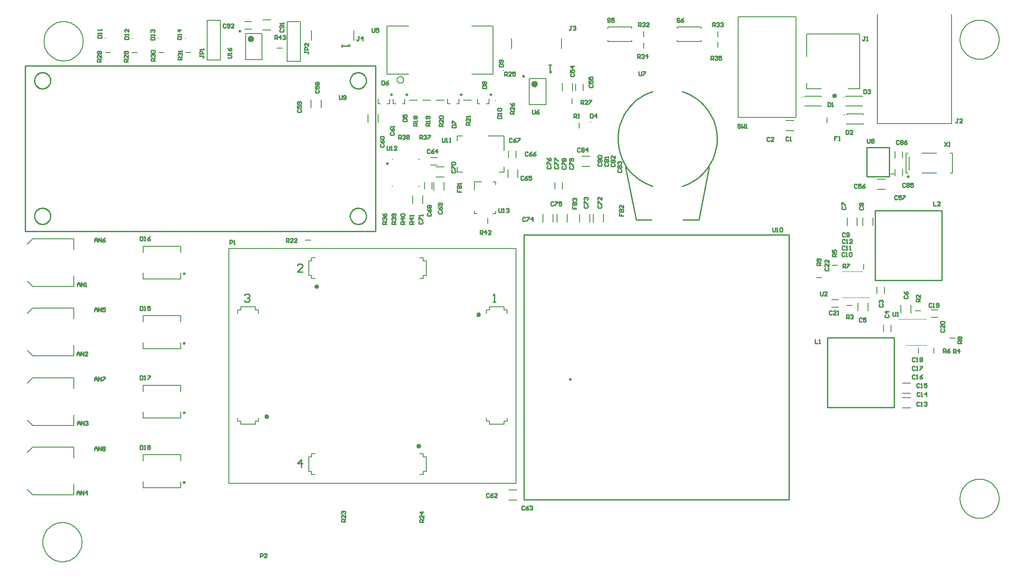
<source format=gto>
%FSTAX25Y25*%
%MOIN*%
%SFA1B1*%

%IPPOS*%
%ADD10C,0.008000*%
%ADD11C,0.009840*%
%ADD12C,0.023620*%
%ADD13C,0.003940*%
%ADD14C,0.010000*%
%ADD15C,0.007870*%
%ADD16C,0.015750*%
%ADD17C,0.015750*%
%ADD18C,0.006000*%
%ADD19C,0.004720*%
%ADD20C,0.007000*%
%ADD21C,0.005910*%
%ADD22C,0.005000*%
%ADD23C,0.007990*%
%ADD24C,0.009000*%
%ADD25R,0.025000X0.010000*%
%LNgrandmaster-1*%
%LPD*%
G54D10*
X0643265Y05373D02*
D01*
X0643229Y0538329*
X0643121Y0539354*
X0642942Y0540369*
X0642693Y0541369*
X0642374Y0542349*
X0641988Y0543305*
X0641536Y0544231*
X0641021Y0545124*
X0640445Y0545978*
X063981Y054679*
X0639121Y0547556*
X0638379Y0548272*
X063759Y0548934*
X0636756Y054954*
X0635882Y0550086*
X0634972Y055057*
X0634031Y0550989*
X0633062Y0551342*
X0632071Y0551626*
X0631063Y055184*
X0630043Y0551984*
X0629015Y0552056*
X0627984*
X0626956Y0551984*
X0625936Y055184*
X0624928Y0551626*
X0623937Y0551342*
X0622968Y0550989*
X0622027Y055057*
X0621117Y0550086*
X0620243Y054954*
X0619409Y0548934*
X061862Y0548272*
X0617878Y0547556*
X0617189Y054679*
X0616554Y0545978*
X0615978Y0545124*
X0615463Y0544231*
X0615011Y0543305*
X0614625Y0542349*
X0614306Y0541369*
X0614057Y0540369*
X0613878Y0539354*
X061377Y0538329*
X0613735Y05373*
X061377Y053627*
X0613878Y0535245*
X0614057Y053423*
X0614306Y053323*
X0614625Y053225*
X0615011Y0531294*
X0615463Y0530368*
X0615978Y0529475*
X0616554Y0528621*
X0617189Y0527809*
X0617878Y0527043*
X061862Y0526327*
X0619409Y0525665*
X0620243Y0525059*
X0621117Y0524513*
X0622027Y0524029*
X0622968Y052361*
X0623937Y0523257*
X0624928Y0522973*
X0625936Y0522759*
X0626956Y0522615*
X0627984Y0522543*
X0629015*
X0630043Y0522615*
X0631063Y0522759*
X0632071Y0522973*
X0633062Y0523257*
X0634031Y052361*
X0634972Y0524029*
X0635882Y0524513*
X0636756Y0525059*
X063759Y0525665*
X0638379Y0526327*
X0639121Y0527043*
X063981Y0527809*
X0640445Y0528621*
X0641021Y0529475*
X0641536Y0530368*
X0641988Y0531294*
X0642374Y053225*
X0642693Y053323*
X0642942Y053423*
X0643121Y0535245*
X0643229Y053627*
X0643265Y05373*
X1335365Y05701D02*
D01*
X1335329Y0571129*
X1335221Y0572154*
X1335042Y0573169*
X1334793Y0574169*
X1334474Y0575149*
X1334088Y0576105*
X1333636Y0577031*
X1333121Y0577924*
X1332545Y0578778*
X133191Y057959*
X1331221Y0580356*
X1330479Y0581072*
X132969Y0581734*
X1328856Y058234*
X1327982Y0582886*
X1327072Y058337*
X1326131Y0583789*
X1325162Y0584142*
X1324171Y0584426*
X1323163Y058464*
X1322143Y0584784*
X1321115Y0584856*
X1320084*
X1319056Y0584784*
X1318036Y058464*
X1317028Y0584426*
X1316037Y0584142*
X1315068Y0583789*
X1314127Y058337*
X1313217Y0582886*
X1312343Y058234*
X1311509Y0581734*
X131072Y0581072*
X1309978Y0580356*
X1309289Y057959*
X1308654Y0578778*
X1308078Y0577924*
X1307563Y0577031*
X1307111Y0576105*
X1306725Y0575149*
X1306406Y0574169*
X1306157Y0573169*
X1305978Y0572154*
X130587Y0571129*
X1305835Y05701*
X130587Y056907*
X1305978Y0568045*
X1306157Y056703*
X1306406Y056603*
X1306725Y056505*
X1307111Y0564094*
X1307563Y0563168*
X1308078Y0562275*
X1308654Y0561421*
X1309289Y0560609*
X1309978Y0559843*
X131072Y0559127*
X1311509Y0558465*
X1312343Y0557859*
X1313217Y0557313*
X1314127Y0556829*
X1315068Y055641*
X1316037Y0556057*
X1317028Y0555773*
X1318036Y0555559*
X1319056Y0555415*
X1320084Y0555343*
X1321115*
X1322143Y0555415*
X1323163Y0555559*
X1324171Y0555773*
X1325162Y0556057*
X1326131Y055641*
X1327072Y0556829*
X1327982Y0557313*
X1328856Y0557859*
X132969Y0558465*
X1330479Y0559127*
X1331221Y0559843*
X133191Y0560609*
X1332545Y0561421*
X1333121Y0562275*
X1333636Y0563168*
X1334088Y0564094*
X1334474Y056505*
X1334793Y056603*
X1335042Y056703*
X1335221Y0568045*
X1335329Y056907*
X1335365Y05701*
X0644165Y09156D02*
D01*
X0644129Y0916629*
X0644021Y0917654*
X0643842Y0918669*
X0643593Y0919669*
X0643274Y0920649*
X0642888Y0921605*
X0642436Y0922531*
X0641921Y0923424*
X0641345Y0924278*
X064071Y092509*
X0640021Y0925856*
X0639279Y0926572*
X063849Y0927234*
X0637656Y092784*
X0636782Y0928386*
X0635872Y092887*
X0634931Y0929289*
X0633962Y0929642*
X0632971Y0929926*
X0631963Y093014*
X0630943Y0930284*
X0629915Y0930356*
X0628884*
X0627856Y0930284*
X0626836Y093014*
X0625828Y0929926*
X0624837Y0929642*
X0623868Y0929289*
X0622927Y092887*
X0622017Y0928386*
X0621143Y092784*
X0620309Y0927234*
X061952Y0926572*
X0618778Y0925856*
X0618089Y092509*
X0617454Y0924278*
X0616878Y0923424*
X0616363Y0922531*
X0615911Y0921605*
X0615525Y0920649*
X0615206Y0919669*
X0614957Y0918669*
X0614778Y0917654*
X061467Y0916629*
X0614635Y09156*
X061467Y091457*
X0614778Y0913545*
X0614957Y091253*
X0615206Y091153*
X0615525Y091055*
X0615911Y0909594*
X0616363Y0908668*
X0616878Y0907775*
X0617454Y0906921*
X0618089Y0906109*
X0618778Y0905343*
X061952Y0904627*
X0620309Y0903965*
X0621143Y0903359*
X0622017Y0902813*
X0622927Y0902329*
X0623868Y090191*
X0624837Y0901557*
X0625828Y0901273*
X0626836Y0901059*
X0627856Y0900915*
X0628884Y0900843*
X0629915*
X0630943Y0900915*
X0631963Y0901059*
X0632971Y0901273*
X0633962Y0901557*
X0634931Y090191*
X0635872Y0902329*
X0636782Y0902813*
X0637656Y0903359*
X063849Y0903965*
X0639279Y0904627*
X0640021Y0905343*
X064071Y0906109*
X0641345Y0906921*
X0641921Y0907775*
X0642436Y0908668*
X0642888Y0909594*
X0643274Y091055*
X0643593Y091153*
X0643842Y091253*
X0644021Y0913545*
X0644129Y091457*
X0644165Y09156*
X1335365Y09168D02*
D01*
X1335329Y0917829*
X1335221Y0918854*
X1335042Y0919869*
X1334793Y0920869*
X1334474Y0921849*
X1334088Y0922805*
X1333636Y0923731*
X1333121Y0924624*
X1332545Y0925478*
X133191Y092629*
X1331221Y0927056*
X1330479Y0927772*
X132969Y0928434*
X1328856Y092904*
X1327982Y0929586*
X1327072Y093007*
X1326131Y0930489*
X1325162Y0930842*
X1324171Y0931126*
X1323163Y093134*
X1322143Y0931484*
X1321115Y0931556*
X1320084*
X1319056Y0931484*
X1318036Y093134*
X1317028Y0931126*
X1316037Y0930842*
X1315068Y0930489*
X1314127Y093007*
X1313217Y0929586*
X1312343Y092904*
X1311509Y0928434*
X131072Y0927772*
X1309978Y0927056*
X1309289Y092629*
X1308654Y0925478*
X1308078Y0924624*
X1307563Y0923731*
X1307111Y0922805*
X1306725Y0921849*
X1306406Y0920869*
X1306157Y0919869*
X1305978Y0918854*
X130587Y0917829*
X1305835Y09168*
X130587Y091577*
X1305978Y0914745*
X1306157Y091373*
X1306406Y091273*
X1306725Y091175*
X1307111Y0910794*
X1307563Y0909868*
X1308078Y0908975*
X1308654Y0908121*
X1309289Y0907309*
X1309978Y0906543*
X131072Y0905827*
X1311509Y0905165*
X1312343Y0904559*
X1313217Y0904013*
X1314127Y0903529*
X1315068Y090311*
X1316037Y0902757*
X1317028Y0902473*
X1318036Y0902259*
X1319056Y0902115*
X1320084Y0902043*
X1321115*
X1322143Y0902115*
X1323163Y0902259*
X1324171Y0902473*
X1325162Y0902757*
X1326131Y090311*
X1327072Y0903529*
X1327982Y0904013*
X1328856Y0904559*
X132969Y0905165*
X1330479Y0905827*
X1331221Y0906543*
X133191Y0907309*
X1332545Y0908121*
X1333121Y0908975*
X1333636Y0909868*
X1334088Y0910794*
X1334474Y091175*
X1334793Y091273*
X1335042Y091373*
X1335221Y0914745*
X1335329Y091577*
X1335365Y09168*
X0926421Y0816685D02*
X0930358D01*
X0949863Y0844244D02*
X0961854D01*
Y0833069D02*
Y0844244D01*
Y0816685D02*
Y0820622D01*
X0957917Y0816685D02*
X0961854D01*
X0926421D02*
Y0820622D01*
Y0840307D02*
Y0844244D01*
X0930358*
X09395Y07856D02*
Y07876D01*
Y07856D02*
X09415D01*
X09535D02*
X09555D01*
Y07876*
Y08076D02*
Y08096D01*
X09535D02*
X09555D01*
X09395D02*
X0944895D01*
X09395Y0803325D02*
Y08096D01*
X10925Y09155D02*
Y09165D01*
Y09155D02*
X11105D01*
Y09165*
Y09255D02*
Y09265D01*
X10925D02*
X11105D01*
X10925Y09255D02*
Y09265D01*
X119Y0920961D02*
X123D01*
Y0879622D02*
Y0920961D01*
X119Y0879622D02*
Y088415D01*
X1221433Y0879622D02*
X123D01*
X119Y0904228D02*
Y0920961D01*
Y0879622D02*
X1200961D01*
X129937Y0857604D02*
Y0936088D01*
X1243465Y0853347D02*
X129937D01*
X1243465D02*
Y0936088D01*
X104Y09155D02*
Y09165D01*
Y09155D02*
X1058D01*
Y09165*
Y09255D02*
Y09265D01*
X104D02*
X1058D01*
X104Y09255D02*
Y09265D01*
G54D11*
X0952201Y0875429D02*
D01*
X0952199Y0875463*
X0952196Y0875497*
X095219Y0875531*
X0952181Y0875564*
X0952171Y0875597*
X0952158Y0875629*
X0952143Y0875659*
X0952126Y0875689*
X0952107Y0875718*
X0952085Y0875745*
X0952062Y087577*
X0952038Y0875794*
X0952011Y0875816*
X0951984Y0875836*
X0951955Y0875855*
X0951924Y0875871*
X0951893Y0875885*
X0951861Y0875896*
X0951828Y0875906*
X0951794Y0875913*
X095176Y0875918*
X0951726Y087592*
X0951691*
X0951657Y0875918*
X0951623Y0875913*
X0951589Y0875906*
X0951556Y0875896*
X0951524Y0875885*
X0951493Y0875871*
X0951463Y0875855*
X0951433Y0875836*
X0951406Y0875816*
X0951379Y0875794*
X0951355Y087577*
X0951332Y0875745*
X095131Y0875718*
X0951291Y0875689*
X0951274Y0875659*
X0951259Y0875629*
X0951246Y0875597*
X0951236Y0875564*
X0951227Y0875531*
X0951221Y0875497*
X0951218Y0875463*
X0951217Y0875429*
X0951218Y0875394*
X0951221Y087536*
X0951227Y0875326*
X0951236Y0875293*
X0951246Y087526*
X0951259Y0875228*
X0951274Y0875198*
X0951291Y0875168*
X095131Y0875139*
X0951332Y0875112*
X0951355Y0875087*
X0951379Y0875063*
X0951406Y0875041*
X0951433Y0875021*
X0951463Y0875002*
X0951493Y0874986*
X0951524Y0874972*
X0951556Y0874961*
X0951589Y0874951*
X0951623Y0874944*
X0951657Y0874939*
X0951691Y0874937*
X0951726*
X095176Y0874939*
X0951794Y0874944*
X0951828Y0874951*
X0951861Y0874961*
X0951893Y0874972*
X0951924Y0874986*
X0951955Y0875002*
X0951984Y0875021*
X0952011Y0875041*
X0952038Y0875063*
X0952062Y0875087*
X0952085Y0875112*
X0952107Y0875139*
X0952126Y0875168*
X0952143Y0875198*
X0952158Y0875228*
X0952171Y087526*
X0952181Y0875293*
X095219Y0875326*
X0952196Y087536*
X0952199Y0875394*
X0952201Y0875429*
X0762664Y0923401D02*
D01*
X0762662Y0923435*
X0762659Y0923469*
X0762653Y0923503*
X0762644Y0923536*
X0762634Y0923569*
X0762621Y0923601*
X0762606Y0923631*
X0762589Y0923661*
X076257Y092369*
X0762548Y0923717*
X0762525Y0923742*
X0762501Y0923766*
X0762474Y0923788*
X0762447Y0923808*
X0762418Y0923827*
X0762387Y0923843*
X0762356Y0923857*
X0762324Y0923868*
X0762291Y0923878*
X0762257Y0923885*
X0762223Y092389*
X0762189Y0923892*
X0762154*
X076212Y092389*
X0762086Y0923885*
X0762052Y0923878*
X0762019Y0923868*
X0761987Y0923857*
X0761956Y0923843*
X0761926Y0923827*
X0761896Y0923808*
X0761869Y0923788*
X0761842Y0923766*
X0761818Y0923742*
X0761795Y0923717*
X0761773Y092369*
X0761754Y0923661*
X0761737Y0923631*
X0761722Y0923601*
X0761709Y0923569*
X0761699Y0923536*
X076169Y0923503*
X0761684Y0923469*
X0761681Y0923435*
X076168Y0923401*
X0761681Y0923366*
X0761684Y0923332*
X076169Y0923298*
X0761699Y0923265*
X0761709Y0923232*
X0761722Y09232*
X0761737Y092317*
X0761754Y092314*
X0761773Y0923111*
X0761795Y0923084*
X0761818Y0923059*
X0761842Y0923035*
X0761869Y0923013*
X0761896Y0922993*
X0761926Y0922974*
X0761956Y0922958*
X0761987Y0922944*
X0762019Y0922933*
X0762052Y0922923*
X0762086Y0922916*
X076212Y0922911*
X0762154Y0922909*
X0762189*
X0762223Y0922911*
X0762257Y0922916*
X0762291Y0922923*
X0762324Y0922933*
X0762356Y0922944*
X0762387Y0922958*
X0762418Y0922974*
X0762447Y0922993*
X0762474Y0923013*
X0762501Y0923035*
X0762525Y0923059*
X0762548Y0923084*
X076257Y0923111*
X0762589Y092314*
X0762606Y092317*
X0762621Y09232*
X0762634Y0923232*
X0762644Y0923265*
X0762653Y0923298*
X0762659Y0923332*
X0762662Y0923366*
X0762664Y0923401*
X0874016Y082339D02*
D01*
X0874014Y0823424*
X0874011Y0823458*
X0874005Y0823492*
X0873996Y0823525*
X0873986Y0823558*
X0873973Y082359*
X0873958Y082362*
X0873941Y082365*
X0873922Y0823679*
X08739Y0823706*
X0873877Y0823731*
X0873853Y0823755*
X0873826Y0823777*
X0873799Y0823797*
X087377Y0823816*
X0873739Y0823832*
X0873708Y0823846*
X0873676Y0823857*
X0873643Y0823867*
X0873609Y0823874*
X0873575Y0823879*
X0873541Y0823881*
X0873506*
X0873472Y0823879*
X0873438Y0823874*
X0873404Y0823867*
X0873371Y0823857*
X0873339Y0823846*
X0873308Y0823832*
X0873278Y0823816*
X0873248Y0823797*
X0873221Y0823777*
X0873194Y0823755*
X087317Y0823731*
X0873147Y0823706*
X0873125Y0823679*
X0873106Y082365*
X0873089Y082362*
X0873074Y082359*
X0873061Y0823558*
X0873051Y0823525*
X0873042Y0823492*
X0873036Y0823458*
X0873033Y0823424*
X0873032Y082339*
X0873033Y0823355*
X0873036Y0823321*
X0873042Y0823287*
X0873051Y0823254*
X0873061Y0823221*
X0873074Y0823189*
X0873089Y0823159*
X0873106Y0823129*
X0873125Y08231*
X0873147Y0823073*
X087317Y0823048*
X0873194Y0823024*
X0873221Y0823002*
X0873248Y0822982*
X0873278Y0822963*
X0873308Y0822947*
X0873339Y0822933*
X0873371Y0822922*
X0873404Y0822912*
X0873438Y0822905*
X0873472Y08229*
X0873506Y0822898*
X0873541*
X0873575Y08229*
X0873609Y0822905*
X0873643Y0822912*
X0873676Y0822922*
X0873708Y0822933*
X0873739Y0822947*
X087377Y0822963*
X0873799Y0822982*
X0873826Y0823002*
X0873853Y0823024*
X0873877Y0823048*
X08739Y0823073*
X0873922Y08231*
X0873941Y0823129*
X0873958Y0823159*
X0873973Y0823189*
X0873986Y0823221*
X0873996Y0823254*
X0874005Y0823287*
X0874011Y0823321*
X0874014Y0823355*
X0874016Y082339*
X0720724Y0582634D02*
D01*
X0720722Y0582668*
X0720719Y0582702*
X0720713Y0582736*
X0720704Y0582769*
X0720694Y0582802*
X0720681Y0582834*
X0720666Y0582864*
X0720649Y0582894*
X072063Y0582923*
X0720608Y058295*
X0720585Y0582975*
X0720561Y0582999*
X0720534Y0583021*
X0720507Y0583041*
X0720478Y058306*
X0720447Y0583076*
X0720416Y058309*
X0720384Y0583101*
X0720351Y0583111*
X0720317Y0583118*
X0720283Y0583123*
X0720249Y0583125*
X0720214*
X072018Y0583123*
X0720146Y0583118*
X0720112Y0583111*
X0720079Y0583101*
X0720047Y058309*
X0720016Y0583076*
X0719986Y058306*
X0719956Y0583041*
X0719929Y0583021*
X0719902Y0582999*
X0719878Y0582975*
X0719855Y058295*
X0719833Y0582923*
X0719814Y0582894*
X0719797Y0582864*
X0719782Y0582834*
X0719769Y0582802*
X0719759Y0582769*
X071975Y0582736*
X0719744Y0582702*
X0719741Y0582668*
X071974Y0582634*
X0719741Y0582599*
X0719744Y0582565*
X071975Y0582531*
X0719759Y0582498*
X0719769Y0582465*
X0719782Y0582433*
X0719797Y0582403*
X0719814Y0582373*
X0719833Y0582344*
X0719855Y0582317*
X0719878Y0582292*
X0719902Y0582268*
X0719929Y0582246*
X0719956Y0582226*
X0719986Y0582207*
X0720016Y0582191*
X0720047Y0582177*
X0720079Y0582166*
X0720112Y0582156*
X0720146Y0582149*
X072018Y0582144*
X0720214Y0582142*
X0720249*
X0720283Y0582144*
X0720317Y0582149*
X0720351Y0582156*
X0720384Y0582166*
X0720416Y0582177*
X0720447Y0582191*
X0720478Y0582207*
X0720507Y0582226*
X0720534Y0582246*
X0720561Y0582268*
X0720585Y0582292*
X0720608Y0582317*
X072063Y0582344*
X0720649Y0582373*
X0720666Y0582403*
X0720681Y0582433*
X0720694Y0582465*
X0720704Y0582498*
X0720713Y0582531*
X0720719Y0582565*
X0720722Y0582599*
X0720724Y0582634*
X0888701Y0875429D02*
D01*
X0888699Y0875463*
X0888696Y0875497*
X088869Y0875531*
X0888681Y0875564*
X0888671Y0875597*
X0888658Y0875629*
X0888643Y0875659*
X0888626Y0875689*
X0888607Y0875718*
X0888585Y0875745*
X0888562Y087577*
X0888538Y0875794*
X0888511Y0875816*
X0888484Y0875836*
X0888455Y0875855*
X0888424Y0875871*
X0888393Y0875885*
X0888361Y0875896*
X0888328Y0875906*
X0888294Y0875913*
X088826Y0875918*
X0888226Y087592*
X0888191*
X0888157Y0875918*
X0888123Y0875913*
X0888089Y0875906*
X0888056Y0875896*
X0888024Y0875885*
X0887993Y0875871*
X0887963Y0875855*
X0887933Y0875836*
X0887906Y0875816*
X0887879Y0875794*
X0887855Y087577*
X0887832Y0875745*
X088781Y0875718*
X0887791Y0875689*
X0887774Y0875659*
X0887759Y0875629*
X0887746Y0875597*
X0887736Y0875564*
X0887727Y0875531*
X0887721Y0875497*
X0887718Y0875463*
X0887717Y0875429*
X0887718Y0875394*
X0887721Y087536*
X0887727Y0875326*
X0887736Y0875293*
X0887746Y087526*
X0887759Y0875228*
X0887774Y0875198*
X0887791Y0875168*
X088781Y0875139*
X0887832Y0875112*
X0887855Y0875087*
X0887879Y0875063*
X0887906Y0875041*
X0887933Y0875021*
X0887963Y0875002*
X0887993Y0874986*
X0888024Y0874972*
X0888056Y0874961*
X0888089Y0874951*
X0888123Y0874944*
X0888157Y0874939*
X0888191Y0874937*
X0888226*
X088826Y0874939*
X0888294Y0874944*
X0888328Y0874951*
X0888361Y0874961*
X0888393Y0874972*
X0888424Y0874986*
X0888455Y0875002*
X0888484Y0875021*
X0888511Y0875041*
X0888538Y0875063*
X0888562Y0875087*
X0888585Y0875112*
X0888607Y0875139*
X0888626Y0875168*
X0888643Y0875198*
X0888658Y0875228*
X0888671Y087526*
X0888681Y0875293*
X088869Y0875326*
X0888696Y087536*
X0888699Y0875394*
X0888701Y0875429*
X0877201D02*
D01*
X0877199Y0875463*
X0877196Y0875497*
X087719Y0875531*
X0877181Y0875564*
X0877171Y0875597*
X0877158Y0875629*
X0877143Y0875659*
X0877126Y0875689*
X0877107Y0875718*
X0877085Y0875745*
X0877062Y087577*
X0877038Y0875794*
X0877011Y0875816*
X0876984Y0875836*
X0876955Y0875855*
X0876924Y0875871*
X0876893Y0875885*
X0876861Y0875896*
X0876828Y0875906*
X0876794Y0875913*
X087676Y0875918*
X0876726Y087592*
X0876691*
X0876657Y0875918*
X0876623Y0875913*
X0876589Y0875906*
X0876556Y0875896*
X0876524Y0875885*
X0876493Y0875871*
X0876463Y0875855*
X0876433Y0875836*
X0876406Y0875816*
X0876379Y0875794*
X0876355Y087577*
X0876332Y0875745*
X087631Y0875718*
X0876291Y0875689*
X0876274Y0875659*
X0876259Y0875629*
X0876246Y0875597*
X0876236Y0875564*
X0876227Y0875531*
X0876221Y0875497*
X0876218Y0875463*
X0876217Y0875429*
X0876218Y0875394*
X0876221Y087536*
X0876227Y0875326*
X0876236Y0875293*
X0876246Y087526*
X0876259Y0875228*
X0876274Y0875198*
X0876291Y0875168*
X087631Y0875139*
X0876332Y0875112*
X0876355Y0875087*
X0876379Y0875063*
X0876406Y0875041*
X0876433Y0875021*
X0876463Y0875002*
X0876493Y0874986*
X0876524Y0874972*
X0876556Y0874961*
X0876589Y0874951*
X0876623Y0874944*
X0876657Y0874939*
X0876691Y0874937*
X0876726*
X087676Y0874939*
X0876794Y0874944*
X0876828Y0874951*
X0876861Y0874961*
X0876893Y0874972*
X0876924Y0874986*
X0876955Y0875002*
X0876984Y0875021*
X0877011Y0875041*
X0877038Y0875063*
X0877062Y0875087*
X0877085Y0875112*
X0877107Y0875139*
X0877126Y0875168*
X0877143Y0875198*
X0877158Y0875228*
X0877171Y087526*
X0877181Y0875293*
X087719Y0875326*
X0877196Y087536*
X0877199Y0875394*
X0877201Y0875429*
X0929701D02*
D01*
X0929699Y0875463*
X0929696Y0875497*
X092969Y0875531*
X0929681Y0875564*
X0929671Y0875597*
X0929658Y0875629*
X0929643Y0875659*
X0929626Y0875689*
X0929607Y0875718*
X0929585Y0875745*
X0929562Y087577*
X0929538Y0875794*
X0929511Y0875816*
X0929484Y0875836*
X0929455Y0875855*
X0929424Y0875871*
X0929393Y0875885*
X0929361Y0875896*
X0929328Y0875906*
X0929294Y0875913*
X092926Y0875918*
X0929226Y087592*
X0929191*
X0929157Y0875918*
X0929123Y0875913*
X0929089Y0875906*
X0929056Y0875896*
X0929024Y0875885*
X0928993Y0875871*
X0928963Y0875855*
X0928933Y0875836*
X0928906Y0875816*
X0928879Y0875794*
X0928855Y087577*
X0928832Y0875745*
X092881Y0875718*
X0928791Y0875689*
X0928774Y0875659*
X0928759Y0875629*
X0928746Y0875597*
X0928736Y0875564*
X0928727Y0875531*
X0928721Y0875497*
X0928718Y0875463*
X0928717Y0875429*
X0928718Y0875394*
X0928721Y087536*
X0928727Y0875326*
X0928736Y0875293*
X0928746Y087526*
X0928759Y0875228*
X0928774Y0875198*
X0928791Y0875168*
X092881Y0875139*
X0928832Y0875112*
X0928855Y0875087*
X0928879Y0875063*
X0928906Y0875041*
X0928933Y0875021*
X0928963Y0875002*
X0928993Y0874986*
X0929024Y0874972*
X0929056Y0874961*
X0929089Y0874951*
X0929123Y0874944*
X0929157Y0874939*
X0929191Y0874937*
X0929226*
X092926Y0874939*
X0929294Y0874944*
X0929328Y0874951*
X0929361Y0874961*
X0929393Y0874972*
X0929424Y0874986*
X0929455Y0875002*
X0929484Y0875021*
X0929511Y0875041*
X0929538Y0875063*
X0929562Y0875087*
X0929585Y0875112*
X0929607Y0875139*
X0929626Y0875168*
X0929643Y0875198*
X0929658Y0875228*
X0929671Y087526*
X0929681Y0875293*
X092969Y0875326*
X0929696Y087536*
X0929699Y0875394*
X0929701Y0875429*
X0720724Y0687634D02*
D01*
X0720722Y0687668*
X0720719Y0687702*
X0720713Y0687736*
X0720704Y0687769*
X0720694Y0687802*
X0720681Y0687834*
X0720666Y0687864*
X0720649Y0687894*
X072063Y0687923*
X0720608Y068795*
X0720585Y0687975*
X0720561Y0687999*
X0720534Y0688021*
X0720507Y0688041*
X0720478Y068806*
X0720447Y0688076*
X0720416Y068809*
X0720384Y0688101*
X0720351Y0688111*
X0720317Y0688118*
X0720283Y0688123*
X0720249Y0688125*
X0720214*
X072018Y0688123*
X0720146Y0688118*
X0720112Y0688111*
X0720079Y0688101*
X0720047Y068809*
X0720016Y0688076*
X0719986Y068806*
X0719956Y0688041*
X0719929Y0688021*
X0719902Y0687999*
X0719878Y0687975*
X0719855Y068795*
X0719833Y0687923*
X0719814Y0687894*
X0719797Y0687864*
X0719782Y0687834*
X0719769Y0687802*
X0719759Y0687769*
X071975Y0687736*
X0719744Y0687702*
X0719741Y0687668*
X071974Y0687634*
X0719741Y0687599*
X0719744Y0687565*
X071975Y0687531*
X0719759Y0687498*
X0719769Y0687465*
X0719782Y0687433*
X0719797Y0687403*
X0719814Y0687373*
X0719833Y0687344*
X0719855Y0687317*
X0719878Y0687292*
X0719902Y0687268*
X0719929Y0687246*
X0719956Y0687226*
X0719986Y0687207*
X0720016Y0687191*
X0720047Y0687177*
X0720079Y0687166*
X0720112Y0687156*
X0720146Y0687149*
X072018Y0687144*
X0720214Y0687142*
X0720249*
X0720283Y0687144*
X0720317Y0687149*
X0720351Y0687156*
X0720384Y0687166*
X0720416Y0687177*
X0720447Y0687191*
X0720478Y0687207*
X0720507Y0687226*
X0720534Y0687246*
X0720561Y0687268*
X0720585Y0687292*
X0720608Y0687317*
X072063Y0687344*
X0720649Y0687373*
X0720666Y0687403*
X0720681Y0687433*
X0720694Y0687465*
X0720704Y0687498*
X0720713Y0687531*
X0720719Y0687565*
X0720722Y0687599*
X0720724Y0687634*
Y0740134D02*
D01*
X0720722Y0740168*
X0720719Y0740202*
X0720713Y0740236*
X0720704Y0740269*
X0720694Y0740302*
X0720681Y0740334*
X0720666Y0740364*
X0720649Y0740394*
X072063Y0740423*
X0720608Y074045*
X0720585Y0740475*
X0720561Y0740499*
X0720534Y0740521*
X0720507Y0740541*
X0720478Y074056*
X0720447Y0740576*
X0720416Y074059*
X0720384Y0740601*
X0720351Y0740611*
X0720317Y0740618*
X0720283Y0740623*
X0720249Y0740625*
X0720214*
X072018Y0740623*
X0720146Y0740618*
X0720112Y0740611*
X0720079Y0740601*
X0720047Y074059*
X0720016Y0740576*
X0719986Y074056*
X0719956Y0740541*
X0719929Y0740521*
X0719902Y0740499*
X0719878Y0740475*
X0719855Y074045*
X0719833Y0740423*
X0719814Y0740394*
X0719797Y0740364*
X0719782Y0740334*
X0719769Y0740302*
X0719759Y0740269*
X071975Y0740236*
X0719744Y0740202*
X0719741Y0740168*
X071974Y0740134*
X0719741Y0740099*
X0719744Y0740065*
X071975Y0740031*
X0719759Y0739998*
X0719769Y0739965*
X0719782Y0739933*
X0719797Y0739903*
X0719814Y0739873*
X0719833Y0739844*
X0719855Y0739817*
X0719878Y0739792*
X0719902Y0739768*
X0719929Y0739746*
X0719956Y0739726*
X0719986Y0739707*
X0720016Y0739691*
X0720047Y0739677*
X0720079Y0739666*
X0720112Y0739656*
X0720146Y0739649*
X072018Y0739644*
X0720214Y0739642*
X0720249*
X0720283Y0739644*
X0720317Y0739649*
X0720351Y0739656*
X0720384Y0739666*
X0720416Y0739677*
X0720447Y0739691*
X0720478Y0739707*
X0720507Y0739726*
X0720534Y0739746*
X0720561Y0739768*
X0720585Y0739792*
X0720608Y0739817*
X072063Y0739844*
X0720649Y0739873*
X0720666Y0739903*
X0720681Y0739933*
X0720694Y0739965*
X0720704Y0739998*
X0720713Y0740031*
X0720719Y0740065*
X0720722Y0740099*
X0720724Y0740134*
Y0635134D02*
D01*
X0720722Y0635168*
X0720719Y0635202*
X0720713Y0635236*
X0720704Y0635269*
X0720694Y0635302*
X0720681Y0635334*
X0720666Y0635364*
X0720649Y0635394*
X072063Y0635423*
X0720608Y063545*
X0720585Y0635475*
X0720561Y0635499*
X0720534Y0635521*
X0720507Y0635541*
X0720478Y063556*
X0720447Y0635576*
X0720416Y063559*
X0720384Y0635601*
X0720351Y0635611*
X0720317Y0635618*
X0720283Y0635623*
X0720249Y0635625*
X0720214*
X072018Y0635623*
X0720146Y0635618*
X0720112Y0635611*
X0720079Y0635601*
X0720047Y063559*
X0720016Y0635576*
X0719986Y063556*
X0719956Y0635541*
X0719929Y0635521*
X0719902Y0635499*
X0719878Y0635475*
X0719855Y063545*
X0719833Y0635423*
X0719814Y0635394*
X0719797Y0635364*
X0719782Y0635334*
X0719769Y0635302*
X0719759Y0635269*
X071975Y0635236*
X0719744Y0635202*
X0719741Y0635168*
X071974Y0635134*
X0719741Y0635099*
X0719744Y0635065*
X071975Y0635031*
X0719759Y0634998*
X0719769Y0634965*
X0719782Y0634933*
X0719797Y0634903*
X0719814Y0634873*
X0719833Y0634844*
X0719855Y0634817*
X0719878Y0634792*
X0719902Y0634768*
X0719929Y0634746*
X0719956Y0634726*
X0719986Y0634707*
X0720016Y0634691*
X0720047Y0634677*
X0720079Y0634666*
X0720112Y0634656*
X0720146Y0634649*
X072018Y0634644*
X0720214Y0634642*
X0720249*
X0720283Y0634644*
X0720317Y0634649*
X0720351Y0634656*
X0720384Y0634666*
X0720416Y0634677*
X0720447Y0634691*
X0720478Y0634707*
X0720507Y0634726*
X0720534Y0634746*
X0720561Y0634768*
X0720585Y0634792*
X0720608Y0634817*
X072063Y0634844*
X0720649Y0634873*
X0720666Y0634903*
X0720681Y0634933*
X0720694Y0634965*
X0720704Y0634998*
X0720713Y0635031*
X0720719Y0635065*
X0720722Y0635099*
X0720724Y0635134*
X0976764Y0889301D02*
D01*
X0976762Y0889335*
X0976759Y0889369*
X0976753Y0889403*
X0976744Y0889436*
X0976734Y0889469*
X0976721Y0889501*
X0976706Y0889531*
X0976689Y0889561*
X097667Y088959*
X0976648Y0889617*
X0976625Y0889642*
X0976601Y0889666*
X0976574Y0889688*
X0976547Y0889708*
X0976518Y0889727*
X0976487Y0889743*
X0976456Y0889757*
X0976424Y0889768*
X0976391Y0889778*
X0976357Y0889785*
X0976323Y088979*
X0976289Y0889792*
X0976254*
X097622Y088979*
X0976186Y0889785*
X0976152Y0889778*
X0976119Y0889768*
X0976087Y0889757*
X0976056Y0889743*
X0976026Y0889727*
X0975996Y0889708*
X0975969Y0889688*
X0975942Y0889666*
X0975918Y0889642*
X0975895Y0889617*
X0975873Y088959*
X0975854Y0889561*
X0975837Y0889531*
X0975822Y0889501*
X0975809Y0889469*
X0975799Y0889436*
X097579Y0889403*
X0975784Y0889369*
X0975781Y0889335*
X097578Y0889301*
X0975781Y0889266*
X0975784Y0889232*
X097579Y0889198*
X0975799Y0889165*
X0975809Y0889132*
X0975822Y08891*
X0975837Y088907*
X0975854Y088904*
X0975873Y0889011*
X0975895Y0888984*
X0975918Y0888959*
X0975942Y0888935*
X0975969Y0888913*
X0975996Y0888893*
X0976026Y0888874*
X0976056Y0888858*
X0976087Y0888844*
X0976119Y0888833*
X0976152Y0888823*
X0976186Y0888816*
X097622Y0888811*
X0976254Y0888809*
X0976289*
X0976323Y0888811*
X0976357Y0888816*
X0976391Y0888823*
X0976424Y0888833*
X0976456Y0888844*
X0976487Y0888858*
X0976518Y0888874*
X0976547Y0888893*
X0976574Y0888913*
X0976601Y0888935*
X0976625Y0888959*
X0976648Y0888984*
X097667Y0889011*
X0976689Y088904*
X0976706Y088907*
X0976721Y08891*
X0976734Y0889132*
X0976744Y0889165*
X0976753Y0889198*
X0976759Y0889232*
X0976762Y0889266*
X0976764Y0889301*
G54D12*
X0771719Y0917505D02*
D01*
X0771716Y0917587*
X0771707Y0917669*
X0771693Y091775*
X0771673Y091783*
X0771647Y0917908*
X0771616Y0917985*
X077158Y0918059*
X0771539Y091813*
X0771493Y0918199*
X0771442Y0918264*
X0771387Y0918325*
X0771328Y0918382*
X0771265Y0918435*
X0771198Y0918484*
X0771128Y0918527*
X0771055Y0918566*
X077098Y09186*
X0770902Y0918628*
X0770823Y091865*
X0770743Y0918668*
X0770661Y0918679*
X0770579Y0918685*
X0770496*
X0770414Y0918679*
X0770332Y0918668*
X0770252Y091865*
X0770173Y0918628*
X0770095Y09186*
X077002Y0918566*
X0769947Y0918527*
X0769877Y0918484*
X076981Y0918435*
X0769747Y0918382*
X0769688Y0918325*
X0769633Y0918264*
X0769582Y0918199*
X0769536Y091813*
X0769495Y0918059*
X0769459Y0917985*
X0769428Y0917908*
X0769402Y091783*
X0769382Y091775*
X0769368Y0917669*
X0769359Y0917587*
X0769357Y0917505*
X0769359Y0917422*
X0769368Y091734*
X0769382Y0917259*
X0769402Y0917179*
X0769428Y0917101*
X0769459Y0917024*
X0769495Y091695*
X0769536Y0916879*
X0769582Y091681*
X0769633Y0916745*
X0769688Y0916684*
X0769747Y0916627*
X076981Y0916574*
X0769877Y0916525*
X0769947Y0916482*
X077002Y0916443*
X0770095Y0916409*
X0770173Y0916381*
X0770252Y0916359*
X0770332Y0916341*
X0770414Y091633*
X0770496Y0916324*
X0770579*
X0770661Y091633*
X0770743Y0916341*
X0770823Y0916359*
X0770902Y0916381*
X077098Y0916409*
X0771055Y0916443*
X0771128Y0916482*
X0771198Y0916525*
X0771265Y0916574*
X0771328Y0916627*
X0771387Y0916684*
X0771442Y0916745*
X0771493Y091681*
X0771539Y0916879*
X077158Y091695*
X0771616Y0917024*
X0771647Y0917101*
X0771673Y0917179*
X0771693Y0917259*
X0771707Y091734*
X0771716Y0917422*
X0771719Y0917505*
X0985819Y0883405D02*
D01*
X0985816Y0883487*
X0985807Y0883569*
X0985793Y088365*
X0985773Y088373*
X0985747Y0883808*
X0985716Y0883885*
X098568Y0883959*
X0985639Y088403*
X0985593Y0884099*
X0985542Y0884164*
X0985487Y0884225*
X0985428Y0884282*
X0985365Y0884335*
X0985298Y0884384*
X0985228Y0884427*
X0985155Y0884466*
X098508Y08845*
X0985002Y0884528*
X0984923Y088455*
X0984843Y0884568*
X0984761Y0884579*
X0984679Y0884585*
X0984596*
X0984514Y0884579*
X0984432Y0884568*
X0984352Y088455*
X0984273Y0884528*
X0984195Y08845*
X098412Y0884466*
X0984047Y0884427*
X0983977Y0884384*
X098391Y0884335*
X0983847Y0884282*
X0983788Y0884225*
X0983733Y0884164*
X0983682Y0884099*
X0983636Y088403*
X0983595Y0883959*
X0983559Y0883885*
X0983528Y0883808*
X0983502Y088373*
X0983482Y088365*
X0983468Y0883569*
X0983459Y0883487*
X0983457Y0883405*
X0983459Y0883322*
X0983468Y088324*
X0983482Y0883159*
X0983502Y0883079*
X0983528Y0883001*
X0983559Y0882924*
X0983595Y088285*
X0983636Y0882779*
X0983682Y088271*
X0983733Y0882645*
X0983788Y0882584*
X0983847Y0882527*
X098391Y0882474*
X0983977Y0882425*
X0984047Y0882382*
X098412Y0882343*
X0984195Y0882309*
X0984273Y0882281*
X0984352Y0882259*
X0984432Y0882241*
X0984514Y088223*
X0984596Y0882224*
X0984679*
X0984761Y088223*
X0984843Y0882241*
X0984923Y0882259*
X0985002Y0882281*
X098508Y0882309*
X0985155Y0882343*
X0985228Y0882382*
X0985298Y0882425*
X0985365Y0882474*
X0985428Y0882527*
X0985487Y0882584*
X0985542Y0882645*
X0985593Y088271*
X0985639Y0882779*
X098568Y088285*
X0985716Y0882924*
X0985747Y0883001*
X0985773Y0883079*
X0985793Y0883159*
X0985807Y088324*
X0985816Y0883322*
X0985819Y0883405*
G54D13*
X1218126Y0873748D02*
D01*
X1218125Y0873761*
X1218124Y0873775*
X1218121Y0873788*
X1218118Y0873802*
X1218114Y0873815*
X1218108Y0873828*
X1218102Y087384*
X1218096Y0873852*
X1218088Y0873863*
X1218079Y0873874*
X121807Y0873884*
X121806Y0873894*
X121805Y0873903*
X1218039Y0873911*
X1218027Y0873918*
X1218015Y0873925*
X1218002Y087393*
X1217989Y0873935*
X1217976Y0873939*
X1217963Y0873942*
X1217949Y0873943*
X1217935Y0873944*
X1217922*
X1217908Y0873943*
X1217894Y0873942*
X1217881Y0873939*
X1217868Y0873935*
X1217855Y087393*
X1217842Y0873925*
X121783Y0873918*
X1217818Y0873911*
X1217807Y0873903*
X1217797Y0873894*
X1217787Y0873884*
X1217778Y0873874*
X1217769Y0873863*
X1217761Y0873852*
X1217755Y087384*
X1217749Y0873828*
X1217743Y0873815*
X1217739Y0873802*
X1217736Y0873788*
X1217733Y0873775*
X1217732Y0873761*
X1217732Y0873748*
X1217732Y0873734*
X1217733Y087372*
X1217736Y0873707*
X1217739Y0873693*
X1217743Y087368*
X1217749Y0873667*
X1217755Y0873655*
X1217761Y0873643*
X1217769Y0873632*
X1217778Y0873621*
X1217787Y0873611*
X1217797Y0873601*
X1217807Y0873592*
X1217818Y0873584*
X121783Y0873577*
X1217842Y087357*
X1217855Y0873565*
X1217868Y087356*
X1217881Y0873556*
X1217894Y0873553*
X1217908Y0873552*
X1217922Y0873551*
X1217935*
X1217949Y0873552*
X1217963Y0873553*
X1217976Y0873556*
X1217989Y087356*
X1218002Y0873565*
X1218015Y087357*
X1218027Y0873577*
X1218039Y0873584*
X121805Y0873592*
X121806Y0873601*
X121807Y0873611*
X1218079Y0873621*
X1218088Y0873632*
X1218096Y0873643*
X1218102Y0873655*
X1218108Y0873667*
X1218114Y087368*
X1218118Y0873693*
X1218121Y0873707*
X1218124Y087372*
X1218125Y0873734*
X1218126Y0873748*
X0721343Y091798D02*
D01*
X0721342Y0917993*
X0721341Y0918007*
X0721338Y091802*
X0721335Y0918034*
X0721331Y0918047*
X0721325Y091806*
X0721319Y0918072*
X0721313Y0918084*
X0721305Y0918095*
X0721296Y0918106*
X0721287Y0918116*
X0721277Y0918126*
X0721267Y0918135*
X0721256Y0918143*
X0721244Y091815*
X0721232Y0918157*
X0721219Y0918162*
X0721206Y0918167*
X0721193Y0918171*
X072118Y0918174*
X0721166Y0918175*
X0721152Y0918176*
X0721139*
X0721125Y0918175*
X0721111Y0918174*
X0721098Y0918171*
X0721085Y0918167*
X0721072Y0918162*
X0721059Y0918157*
X0721047Y091815*
X0721035Y0918143*
X0721024Y0918135*
X0721014Y0918126*
X0721004Y0918116*
X0720995Y0918106*
X0720986Y0918095*
X0720978Y0918084*
X0720972Y0918072*
X0720966Y091806*
X072096Y0918047*
X0720956Y0918034*
X0720953Y091802*
X072095Y0918007*
X0720949Y0917993*
X0720949Y091798*
X0720949Y0917966*
X072095Y0917952*
X0720953Y0917939*
X0720956Y0917925*
X072096Y0917912*
X0720966Y0917899*
X0720972Y0917887*
X0720978Y0917875*
X0720986Y0917864*
X0720995Y0917853*
X0721004Y0917843*
X0721014Y0917833*
X0721024Y0917824*
X0721035Y0917816*
X0721047Y0917809*
X0721059Y0917802*
X0721072Y0917797*
X0721085Y0917792*
X0721098Y0917788*
X0721111Y0917785*
X0721125Y0917784*
X0721139Y0917783*
X0721152*
X0721166Y0917784*
X072118Y0917785*
X0721193Y0917788*
X0721206Y0917792*
X0721219Y0917797*
X0721232Y0917802*
X0721244Y0917809*
X0721256Y0917816*
X0721267Y0917824*
X0721277Y0917833*
X0721287Y0917843*
X0721296Y0917853*
X0721305Y0917864*
X0721313Y0917875*
X0721319Y0917887*
X0721325Y0917899*
X0721331Y0917912*
X0721335Y0917925*
X0721338Y0917939*
X0721341Y0917952*
X0721342Y0917966*
X0721343Y091798*
X1187126Y0873748D02*
D01*
X1187125Y0873761*
X1187124Y0873775*
X1187121Y0873788*
X1187118Y0873802*
X1187114Y0873815*
X1187108Y0873828*
X1187102Y087384*
X1187096Y0873852*
X1187088Y0873863*
X1187079Y0873874*
X118707Y0873884*
X118706Y0873894*
X118705Y0873903*
X1187039Y0873911*
X1187027Y0873918*
X1187015Y0873925*
X1187002Y087393*
X1186989Y0873935*
X1186976Y0873939*
X1186963Y0873942*
X1186949Y0873943*
X1186935Y0873944*
X1186922*
X1186908Y0873943*
X1186894Y0873942*
X1186881Y0873939*
X1186868Y0873935*
X1186855Y087393*
X1186842Y0873925*
X118683Y0873918*
X1186818Y0873911*
X1186807Y0873903*
X1186797Y0873894*
X1186787Y0873884*
X1186778Y0873874*
X1186769Y0873863*
X1186761Y0873852*
X1186755Y087384*
X1186749Y0873828*
X1186743Y0873815*
X1186739Y0873802*
X1186736Y0873788*
X1186733Y0873775*
X1186732Y0873761*
X1186732Y0873748*
X1186732Y0873734*
X1186733Y087372*
X1186736Y0873707*
X1186739Y0873693*
X1186743Y087368*
X1186749Y0873667*
X1186755Y0873655*
X1186761Y0873643*
X1186769Y0873632*
X1186778Y0873621*
X1186787Y0873611*
X1186797Y0873601*
X1186807Y0873592*
X1186818Y0873584*
X118683Y0873577*
X1186842Y087357*
X1186855Y0873565*
X1186868Y087356*
X1186881Y0873556*
X1186894Y0873553*
X1186908Y0873552*
X1186922Y0873551*
X1186935*
X1186949Y0873552*
X1186963Y0873553*
X1186976Y0873556*
X1186989Y087356*
X1187002Y0873565*
X1187015Y087357*
X1187027Y0873577*
X1187039Y0873584*
X118705Y0873592*
X118706Y0873601*
X118707Y0873611*
X1187079Y0873621*
X1187088Y0873632*
X1187096Y0873643*
X1187102Y0873655*
X1187108Y0873667*
X1187114Y087368*
X1187118Y0873693*
X1187121Y0873707*
X1187124Y087372*
X1187125Y0873734*
X1187126Y0873748*
X1218626Y0860248D02*
D01*
X1218625Y0860261*
X1218624Y0860275*
X1218621Y0860288*
X1218618Y0860302*
X1218614Y0860315*
X1218608Y0860328*
X1218602Y086034*
X1218596Y0860352*
X1218588Y0860363*
X1218579Y0860374*
X121857Y0860384*
X121856Y0860394*
X121855Y0860403*
X1218539Y0860411*
X1218527Y0860418*
X1218515Y0860425*
X1218502Y086043*
X1218489Y0860435*
X1218476Y0860439*
X1218463Y0860442*
X1218449Y0860443*
X1218435Y0860444*
X1218422*
X1218408Y0860443*
X1218394Y0860442*
X1218381Y0860439*
X1218368Y0860435*
X1218355Y086043*
X1218342Y0860425*
X121833Y0860418*
X1218318Y0860411*
X1218307Y0860403*
X1218297Y0860394*
X1218287Y0860384*
X1218278Y0860374*
X1218269Y0860363*
X1218261Y0860352*
X1218255Y086034*
X1218249Y0860328*
X1218243Y0860315*
X1218239Y0860302*
X1218236Y0860288*
X1218233Y0860275*
X1218232Y0860261*
X1218232Y0860248*
X1218232Y0860234*
X1218233Y086022*
X1218236Y0860207*
X1218239Y0860193*
X1218243Y086018*
X1218249Y0860167*
X1218255Y0860155*
X1218261Y0860143*
X1218269Y0860132*
X1218278Y0860121*
X1218287Y0860111*
X1218297Y0860101*
X1218307Y0860092*
X1218318Y0860084*
X121833Y0860077*
X1218342Y086007*
X1218355Y0860065*
X1218368Y086006*
X1218381Y0860056*
X1218394Y0860053*
X1218408Y0860052*
X1218422Y0860051*
X1218435*
X1218449Y0860052*
X1218463Y0860053*
X1218476Y0860056*
X1218489Y086006*
X1218502Y0860065*
X1218515Y086007*
X1218527Y0860077*
X1218539Y0860084*
X121855Y0860092*
X121856Y0860101*
X121857Y0860111*
X1218579Y0860121*
X1218588Y0860132*
X1218596Y0860143*
X1218602Y0860155*
X1218608Y0860167*
X1218614Y086018*
X1218618Y0860193*
X1218621Y0860207*
X1218624Y086022*
X1218625Y0860234*
X1218626Y0860248*
X1027177Y0854854D02*
D01*
X1027176Y0854867*
X1027175Y0854881*
X1027172Y0854894*
X1027169Y0854908*
X1027165Y0854921*
X1027159Y0854934*
X1027153Y0854946*
X1027147Y0854958*
X1027139Y0854969*
X102713Y085498*
X1027121Y085499*
X1027111Y0855*
X1027101Y0855009*
X102709Y0855017*
X1027078Y0855024*
X1027066Y0855031*
X1027053Y0855036*
X102704Y0855041*
X1027027Y0855045*
X1027014Y0855048*
X1027Y0855049*
X1026986Y085505*
X1026973*
X1026959Y0855049*
X1026945Y0855048*
X1026932Y0855045*
X1026919Y0855041*
X1026906Y0855036*
X1026893Y0855031*
X1026881Y0855024*
X1026869Y0855017*
X1026858Y0855009*
X1026848Y0855*
X1026838Y085499*
X1026829Y085498*
X102682Y0854969*
X1026812Y0854958*
X1026806Y0854946*
X10268Y0854934*
X1026794Y0854921*
X102679Y0854908*
X1026787Y0854894*
X1026784Y0854881*
X1026783Y0854867*
X1026783Y0854854*
X1026783Y085484*
X1026784Y0854826*
X1026787Y0854813*
X102679Y0854799*
X1026794Y0854786*
X10268Y0854773*
X1026806Y0854761*
X1026812Y0854749*
X102682Y0854738*
X1026829Y0854727*
X1026838Y0854717*
X1026848Y0854707*
X1026858Y0854698*
X1026869Y085469*
X1026881Y0854683*
X1026893Y0854676*
X1026906Y0854671*
X1026919Y0854666*
X1026932Y0854662*
X1026945Y0854659*
X1026959Y0854658*
X1026973Y0854657*
X1026986*
X1027Y0854658*
X1027014Y0854659*
X1027027Y0854662*
X102704Y0854666*
X1027053Y0854671*
X1027066Y0854676*
X1027078Y0854683*
X102709Y085469*
X1027101Y0854698*
X1027111Y0854707*
X1027121Y0854717*
X102713Y0854727*
X1027139Y0854738*
X1027147Y0854749*
X1027153Y0854761*
X1027159Y0854773*
X1027165Y0854786*
X1027169Y0854799*
X1027172Y0854813*
X1027175Y0854826*
X1027176Y085484*
X1027177Y0854854*
X0961051Y089352D02*
D01*
X096105Y0893533*
X0961049Y0893547*
X0961046Y089356*
X0961043Y0893574*
X0961039Y0893587*
X0961033Y08936*
X0961027Y0893612*
X0961021Y0893624*
X0961013Y0893635*
X0961004Y0893646*
X0960995Y0893656*
X0960985Y0893666*
X0960975Y0893675*
X0960964Y0893683*
X0960952Y089369*
X096094Y0893697*
X0960927Y0893702*
X0960914Y0893707*
X0960901Y0893711*
X0960888Y0893714*
X0960874Y0893715*
X096086Y0893716*
X0960847*
X0960833Y0893715*
X0960819Y0893714*
X0960806Y0893711*
X0960793Y0893707*
X096078Y0893702*
X0960767Y0893697*
X0960755Y089369*
X0960743Y0893683*
X0960732Y0893675*
X0960722Y0893666*
X0960712Y0893656*
X0960703Y0893646*
X0960694Y0893635*
X0960686Y0893624*
X096068Y0893612*
X0960674Y08936*
X0960668Y0893587*
X0960664Y0893574*
X0960661Y089356*
X0960658Y0893547*
X0960657Y0893533*
X0960657Y089352*
X0960657Y0893506*
X0960658Y0893492*
X0960661Y0893479*
X0960664Y0893465*
X0960668Y0893452*
X0960674Y0893439*
X096068Y0893427*
X0960686Y0893415*
X0960694Y0893404*
X0960703Y0893393*
X0960712Y0893383*
X0960722Y0893373*
X0960732Y0893364*
X0960743Y0893356*
X0960755Y0893349*
X0960767Y0893342*
X096078Y0893337*
X0960793Y0893332*
X0960806Y0893328*
X0960819Y0893325*
X0960833Y0893324*
X0960847Y0893323*
X096086*
X0960874Y0893324*
X0960888Y0893325*
X0960901Y0893328*
X0960914Y0893332*
X0960927Y0893337*
X096094Y0893342*
X0960952Y0893349*
X0960964Y0893356*
X0960975Y0893364*
X0960985Y0893373*
X0960995Y0893383*
X0961004Y0893393*
X0961013Y0893404*
X0961021Y0893415*
X0961027Y0893427*
X0961033Y0893439*
X0961039Y0893452*
X0961043Y0893465*
X0961046Y0893479*
X0961049Y0893492*
X096105Y0893506*
X0961051Y089352*
X0955342Y087098D02*
D01*
X0955341Y0870993*
X095534Y0871007*
X0955337Y087102*
X0955334Y0871034*
X095533Y0871047*
X0955324Y087106*
X0955318Y0871072*
X0955312Y0871084*
X0955304Y0871095*
X0955295Y0871106*
X0955286Y0871116*
X0955276Y0871126*
X0955266Y0871135*
X0955255Y0871143*
X0955243Y087115*
X0955231Y0871157*
X0955218Y0871162*
X0955205Y0871167*
X0955192Y0871171*
X0955179Y0871174*
X0955165Y0871175*
X0955151Y0871176*
X0955138*
X0955124Y0871175*
X095511Y0871174*
X0955097Y0871171*
X0955084Y0871167*
X0955071Y0871162*
X0955058Y0871157*
X0955046Y087115*
X0955034Y0871143*
X0955023Y0871135*
X0955013Y0871126*
X0955003Y0871116*
X0954994Y0871106*
X0954985Y0871095*
X0954977Y0871084*
X0954971Y0871072*
X0954965Y087106*
X0954959Y0871047*
X0954955Y0871034*
X0954952Y087102*
X0954949Y0871007*
X0954948Y0870993*
X0954948Y087098*
X0954948Y0870966*
X0954949Y0870952*
X0954952Y0870939*
X0954955Y0870925*
X0954959Y0870912*
X0954965Y0870899*
X0954971Y0870887*
X0954977Y0870875*
X0954985Y0870864*
X0954994Y0870853*
X0955003Y0870843*
X0955013Y0870833*
X0955023Y0870824*
X0955034Y0870816*
X0955046Y0870809*
X0955058Y0870802*
X0955071Y0870797*
X0955084Y0870792*
X0955097Y0870788*
X095511Y0870785*
X0955124Y0870784*
X0955138Y0870783*
X0955151*
X0955165Y0870784*
X0955179Y0870785*
X0955192Y0870788*
X0955205Y0870792*
X0955218Y0870797*
X0955231Y0870802*
X0955243Y0870809*
X0955255Y0870816*
X0955266Y0870824*
X0955276Y0870833*
X0955286Y0870843*
X0955295Y0870853*
X0955304Y0870864*
X0955312Y0870875*
X0955318Y0870887*
X0955324Y0870899*
X095533Y0870912*
X0955334Y0870925*
X0955337Y0870939*
X095534Y0870952*
X0955341Y0870966*
X0955342Y087098*
X0660843Y091798D02*
D01*
X0660842Y0917993*
X0660841Y0918007*
X0660838Y091802*
X0660835Y0918034*
X0660831Y0918047*
X0660825Y091806*
X0660819Y0918072*
X0660813Y0918084*
X0660805Y0918095*
X0660796Y0918106*
X0660787Y0918116*
X0660777Y0918126*
X0660767Y0918135*
X0660756Y0918143*
X0660744Y091815*
X0660732Y0918157*
X0660719Y0918162*
X0660706Y0918167*
X0660693Y0918171*
X066068Y0918174*
X0660666Y0918175*
X0660652Y0918176*
X0660639*
X0660625Y0918175*
X0660611Y0918174*
X0660598Y0918171*
X0660585Y0918167*
X0660572Y0918162*
X0660559Y0918157*
X0660547Y091815*
X0660535Y0918143*
X0660524Y0918135*
X0660514Y0918126*
X0660504Y0918116*
X0660495Y0918106*
X0660486Y0918095*
X0660478Y0918084*
X0660472Y0918072*
X0660466Y091806*
X066046Y0918047*
X0660456Y0918034*
X0660453Y091802*
X066045Y0918007*
X0660449Y0917993*
X0660449Y091798*
X0660449Y0917966*
X066045Y0917952*
X0660453Y0917939*
X0660456Y0917925*
X066046Y0917912*
X0660466Y0917899*
X0660472Y0917887*
X0660478Y0917875*
X0660486Y0917864*
X0660495Y0917853*
X0660504Y0917843*
X0660514Y0917833*
X0660524Y0917824*
X0660535Y0917816*
X0660547Y0917809*
X0660559Y0917802*
X0660572Y0917797*
X0660585Y0917792*
X0660598Y0917788*
X0660611Y0917785*
X0660625Y0917784*
X0660639Y0917783*
X0660652*
X0660666Y0917784*
X066068Y0917785*
X0660693Y0917788*
X0660706Y0917792*
X0660719Y0917797*
X0660732Y0917802*
X0660744Y0917809*
X0660756Y0917816*
X0660767Y0917824*
X0660777Y0917833*
X0660787Y0917843*
X0660796Y0917853*
X0660805Y0917864*
X0660813Y0917875*
X0660819Y0917887*
X0660825Y0917899*
X0660831Y0917912*
X0660835Y0917925*
X0660838Y0917939*
X0660841Y0917952*
X0660842Y0917966*
X0660843Y091798*
X0681009D02*
D01*
X0681008Y0917993*
X0681007Y0918007*
X0681004Y091802*
X0681001Y0918034*
X0680997Y0918047*
X0680991Y091806*
X0680985Y0918072*
X0680979Y0918084*
X0680971Y0918095*
X0680962Y0918106*
X0680953Y0918116*
X0680943Y0918126*
X0680933Y0918135*
X0680922Y0918143*
X068091Y091815*
X0680898Y0918157*
X0680885Y0918162*
X0680872Y0918167*
X0680859Y0918171*
X0680846Y0918174*
X0680832Y0918175*
X0680818Y0918176*
X0680805*
X0680791Y0918175*
X0680777Y0918174*
X0680764Y0918171*
X0680751Y0918167*
X0680738Y0918162*
X0680725Y0918157*
X0680713Y091815*
X0680701Y0918143*
X068069Y0918135*
X068068Y0918126*
X068067Y0918116*
X0680661Y0918106*
X0680652Y0918095*
X0680644Y0918084*
X0680638Y0918072*
X0680632Y091806*
X0680626Y0918047*
X0680622Y0918034*
X0680619Y091802*
X0680616Y0918007*
X0680615Y0917993*
X0680615Y091798*
X0680615Y0917966*
X0680616Y0917952*
X0680619Y0917939*
X0680622Y0917925*
X0680626Y0917912*
X0680632Y0917899*
X0680638Y0917887*
X0680644Y0917875*
X0680652Y0917864*
X0680661Y0917853*
X068067Y0917843*
X068068Y0917833*
X068069Y0917824*
X0680701Y0917816*
X0680713Y0917809*
X0680725Y0917802*
X0680738Y0917797*
X0680751Y0917792*
X0680764Y0917788*
X0680777Y0917785*
X0680791Y0917784*
X0680805Y0917783*
X0680818*
X0680832Y0917784*
X0680846Y0917785*
X0680859Y0917788*
X0680872Y0917792*
X0680885Y0917797*
X0680898Y0917802*
X068091Y0917809*
X0680922Y0917816*
X0680933Y0917824*
X0680943Y0917833*
X0680953Y0917843*
X0680962Y0917853*
X0680971Y0917864*
X0680979Y0917875*
X0680985Y0917887*
X0680991Y0917899*
X0680997Y0917912*
X0681001Y0917925*
X0681004Y0917939*
X0681007Y0917952*
X0681008Y0917966*
X0681009Y091798*
X0701176D02*
D01*
X0701175Y0917993*
X0701174Y0918007*
X0701171Y091802*
X0701168Y0918034*
X0701164Y0918047*
X0701158Y091806*
X0701152Y0918072*
X0701146Y0918084*
X0701138Y0918095*
X0701129Y0918106*
X070112Y0918116*
X070111Y0918126*
X07011Y0918135*
X0701089Y0918143*
X0701077Y091815*
X0701065Y0918157*
X0701052Y0918162*
X0701039Y0918167*
X0701026Y0918171*
X0701013Y0918174*
X0700999Y0918175*
X0700985Y0918176*
X0700972*
X0700958Y0918175*
X0700944Y0918174*
X0700931Y0918171*
X0700918Y0918167*
X0700905Y0918162*
X0700892Y0918157*
X070088Y091815*
X0700868Y0918143*
X0700857Y0918135*
X0700847Y0918126*
X0700837Y0918116*
X0700828Y0918106*
X0700819Y0918095*
X0700811Y0918084*
X0700805Y0918072*
X0700799Y091806*
X0700793Y0918047*
X0700789Y0918034*
X0700786Y091802*
X0700783Y0918007*
X0700782Y0917993*
X0700782Y091798*
X0700782Y0917966*
X0700783Y0917952*
X0700786Y0917939*
X0700789Y0917925*
X0700793Y0917912*
X0700799Y0917899*
X0700805Y0917887*
X0700811Y0917875*
X0700819Y0917864*
X0700828Y0917853*
X0700837Y0917843*
X0700847Y0917833*
X0700857Y0917824*
X0700868Y0917816*
X070088Y0917809*
X0700892Y0917802*
X0700905Y0917797*
X0700918Y0917792*
X0700931Y0917788*
X0700944Y0917785*
X0700958Y0917784*
X0700972Y0917783*
X0700985*
X0700999Y0917784*
X0701013Y0917785*
X0701026Y0917788*
X0701039Y0917792*
X0701052Y0917797*
X0701065Y0917802*
X0701077Y0917809*
X0701089Y0917816*
X07011Y0917824*
X070111Y0917833*
X070112Y0917843*
X0701129Y0917853*
X0701138Y0917864*
X0701146Y0917875*
X0701152Y0917887*
X0701158Y0917899*
X0701164Y0917912*
X0701168Y0917925*
X0701171Y0917939*
X0701174Y0917952*
X0701175Y0917966*
X0701176Y091798*
G54D14*
X1267Y08135D02*
D01*
X1266998Y0813534*
X1266995Y0813569*
X1266989Y0813603*
X126698Y0813637*
X1266969Y0813671*
X1266956Y0813703*
X1266941Y0813734*
X1266924Y0813764*
X1266904Y0813793*
X1266883Y0813821*
X1266859Y0813847*
X1266834Y0813871*
X1266807Y0813894*
X1266779Y0813914*
X126675Y0813933*
X1266719Y0813949*
X1266687Y0813963*
X1266654Y0813975*
X126662Y0813985*
X1266586Y0813992*
X1266552Y0813997*
X1266517Y0813999*
X1266482*
X1266447Y0813997*
X1266413Y0813992*
X1266379Y0813985*
X1266345Y0813975*
X1266312Y0813963*
X126628Y0813949*
X126625Y0813933*
X126622Y0813914*
X1266192Y0813894*
X1266165Y0813871*
X126614Y0813847*
X1266116Y0813821*
X1266095Y0813793*
X1266075Y0813764*
X1266058Y0813734*
X1266043Y0813703*
X126603Y0813671*
X1266019Y0813637*
X126601Y0813603*
X1266004Y0813569*
X1266001Y0813534*
X1266Y08135*
X1266001Y0813465*
X1266004Y081343*
X126601Y0813396*
X1266019Y0813362*
X126603Y0813328*
X1266043Y0813296*
X1266058Y0813265*
X1266075Y0813235*
X1266095Y0813206*
X1266116Y0813178*
X126614Y0813152*
X1266165Y0813128*
X1266192Y0813105*
X126622Y0813085*
X126625Y0813066*
X126628Y081305*
X1266312Y0813036*
X1266345Y0813024*
X1266379Y0813014*
X1266413Y0813007*
X1266447Y0813002*
X1266482Y0813*
X1266517*
X1266552Y0813002*
X1266586Y0813007*
X126662Y0813014*
X1266654Y0813024*
X1266687Y0813036*
X1266719Y081305*
X126675Y0813066*
X1266779Y0813085*
X1266807Y0813105*
X1266834Y0813128*
X1266859Y0813152*
X1266883Y0813178*
X1266904Y0813206*
X1266924Y0813235*
X1266941Y0813265*
X1266956Y0813296*
X1266969Y0813328*
X126698Y0813362*
X1266989Y0813396*
X1266995Y081343*
X1266998Y0813465*
X1267Y08135*
X1011996Y0660356D02*
D01*
X1011994Y066039*
X1011991Y0660425*
X1011985Y0660459*
X1011976Y0660493*
X1011965Y0660527*
X1011952Y0660559*
X1011937Y066059*
X101192Y066062*
X10119Y0660649*
X1011879Y0660677*
X1011855Y0660703*
X101183Y0660727*
X1011803Y066075*
X1011775Y066077*
X1011746Y0660789*
X1011715Y0660805*
X1011683Y0660819*
X101165Y0660831*
X1011616Y0660841*
X1011582Y0660848*
X1011548Y0660853*
X1011513Y0660855*
X1011478*
X1011443Y0660853*
X1011409Y0660848*
X1011375Y0660841*
X1011341Y0660831*
X1011308Y0660819*
X1011276Y0660805*
X1011246Y0660789*
X1011216Y066077*
X1011188Y066075*
X1011161Y0660727*
X1011136Y0660703*
X1011112Y0660677*
X1011091Y0660649*
X1011071Y066062*
X1011054Y066059*
X1011039Y0660559*
X1011026Y0660527*
X1011015Y0660493*
X1011006Y0660459*
X1011Y0660425*
X1010997Y066039*
X1010996Y0660356*
X1010997Y0660321*
X1011Y0660286*
X1011006Y0660252*
X1011015Y0660218*
X1011026Y0660184*
X1011039Y0660152*
X1011054Y0660121*
X1011071Y0660091*
X1011091Y0660062*
X1011112Y0660034*
X1011136Y0660008*
X1011161Y0659984*
X1011188Y0659961*
X1011216Y0659941*
X1011246Y0659922*
X1011276Y0659906*
X1011308Y0659892*
X1011341Y065988*
X1011375Y065987*
X1011409Y0659863*
X1011443Y0659858*
X1011478Y0659856*
X1011513*
X1011548Y0659858*
X1011582Y0659863*
X1011616Y065987*
X101165Y065988*
X1011683Y0659892*
X1011715Y0659906*
X1011746Y0659922*
X1011775Y0659941*
X1011803Y0659961*
X101183Y0659984*
X1011855Y0660008*
X1011879Y0660034*
X10119Y0660062*
X101192Y0660091*
X1011937Y0660121*
X1011952Y0660152*
X1011965Y0660184*
X1011976Y0660218*
X1011985Y0660252*
X1011991Y0660286*
X1011994Y0660321*
X1011996Y0660356*
X1096247Y0806279D02*
D01*
X1098707Y080715*
X1101101Y0808191*
X1103417Y0809396*
X1105643Y081076*
X1107768Y0812276*
X1109783Y0813937*
X1111677Y0815734*
X111344Y0817659*
X1115065Y0819702*
X1116544Y0821853*
X1117869Y0824103*
X1119034Y0826439*
X1120033Y0828851*
X1120861Y0831327*
X1121515Y0833854*
X1121991Y0836421*
X1122286Y0839015*
X11224Y0841623*
X1122332Y0844233*
X1122082Y0846831*
X1121651Y0849406*
X1121041Y0851945*
X1120256Y0854435*
X1119299Y0856864*
X1118176Y085922*
X111689Y0861492*
X1115449Y0863669*
X111386Y086574*
X111213Y0867695*
X1110268Y0869525*
X1108283Y0871221*
X1106184Y0872774*
X1103983Y0874176*
X1101688Y0875422*
X1099313Y0876505*
X1096867Y0877419*
X1096247Y087762*
X1073753D02*
D01*
X1071292Y0876748*
X1068898Y0875707*
X1066582Y0874502*
X1064356Y0873138*
X1062231Y0871622*
X1060216Y0869961*
X1058322Y0868164*
X1056559Y0866239*
X1054934Y0864196*
X1053455Y0862045*
X105213Y0859795*
X1050965Y0857459*
X1049966Y0855047*
X1049138Y0852571*
X1048484Y0850044*
X1048008Y0847477*
X1047713Y0844883*
X1047599Y0842275*
X1047667Y0839665*
X1047917Y0837067*
X1048348Y0834492*
X1048958Y0831953*
X1049743Y0829463*
X10507Y0827034*
X1051823Y0824678*
X1053109Y0822406*
X105455Y0820229*
X1056139Y0818158*
X1057869Y0816203*
X1059731Y0814373*
X1061716Y0812677*
X1063815Y0811124*
X1066016Y0809722*
X1068311Y0808476*
X1070686Y0807393*
X1073132Y0806479*
X1073753Y0806279*
X0857758Y0783539D02*
D01*
X0857743Y0783964*
X0857698Y0784388*
X0857624Y0784807*
X0857521Y078522*
X085739Y0785626*
X085723Y078602*
X0857043Y0786403*
X085683Y0786772*
X0856592Y0787125*
X085633Y0787461*
X0856045Y0787777*
X0855739Y0788073*
X0855412Y0788347*
X0855068Y0788597*
X0854707Y0788823*
X085433Y0789023*
X0853941Y0789196*
X0853541Y0789342*
X0853132Y0789459*
X0852715Y0789548*
X0852293Y0789607*
X0851868Y0789637*
X0851443*
X0851018Y0789607*
X0850596Y0789548*
X0850179Y0789459*
X084977Y0789342*
X084937Y0789196*
X0848981Y0789023*
X0848605Y0788823*
X0848243Y0788597*
X0847899Y0788347*
X0847572Y0788073*
X0847266Y0787777*
X0846981Y0787461*
X0846719Y0787125*
X0846481Y0786772*
X0846268Y0786403*
X0846081Y078602*
X0845921Y0785626*
X084579Y078522*
X0845687Y0784807*
X0845613Y0784388*
X0845568Y0783964*
X0845554Y0783539*
X0845568Y0783113*
X0845613Y0782689*
X0845687Y078227*
X084579Y0781857*
X0845921Y0781451*
X0846081Y0781057*
X0846268Y0780674*
X0846481Y0780305*
X0846719Y0779952*
X0846981Y0779616*
X0847266Y07793*
X0847572Y0779004*
X0847899Y077873*
X0848243Y077848*
X0848605Y0778254*
X0848981Y0778054*
X084937Y0777881*
X084977Y0777735*
X0850179Y0777618*
X0850596Y0777529*
X0851018Y077747*
X0851443Y077744*
X0851868*
X0852293Y077747*
X0852715Y0777529*
X0853132Y0777618*
X0853541Y0777735*
X0853941Y0777881*
X085433Y0778054*
X0854707Y0778254*
X0855068Y077848*
X0855412Y077873*
X0855739Y0779004*
X0856045Y07793*
X085633Y0779616*
X0856592Y0779952*
X085683Y0780305*
X0857043Y0780674*
X085723Y0781057*
X085739Y0781451*
X0857521Y0781857*
X0857624Y078227*
X0857698Y0782689*
X0857743Y0783113*
X0857758Y0783539*
Y0885902D02*
D01*
X0857743Y0886327*
X0857698Y0886751*
X0857624Y088717*
X0857521Y0887583*
X085739Y0887989*
X085723Y0888383*
X0857043Y0888766*
X085683Y0889135*
X0856592Y0889488*
X085633Y0889824*
X0856045Y089014*
X0855739Y0890436*
X0855412Y089071*
X0855068Y089096*
X0854707Y0891186*
X085433Y0891386*
X0853941Y0891559*
X0853541Y0891705*
X0853132Y0891822*
X0852715Y0891911*
X0852293Y089197*
X0851868Y0892*
X0851443*
X0851018Y089197*
X0850596Y0891911*
X0850179Y0891822*
X084977Y0891705*
X084937Y0891559*
X0848981Y0891386*
X0848605Y0891186*
X0848243Y089096*
X0847899Y089071*
X0847572Y0890436*
X0847266Y089014*
X0846981Y0889824*
X0846719Y0889488*
X0846481Y0889135*
X0846268Y0888766*
X0846081Y0888383*
X0845921Y0887989*
X084579Y0887583*
X0845687Y088717*
X0845613Y0886751*
X0845568Y0886327*
X0845554Y0885902*
X0845568Y0885476*
X0845613Y0885052*
X0845687Y0884633*
X084579Y088422*
X0845921Y0883814*
X0846081Y088342*
X0846268Y0883037*
X0846481Y0882668*
X0846719Y0882315*
X0846981Y0881979*
X0847266Y0881663*
X0847572Y0881367*
X0847899Y0881093*
X0848243Y0880843*
X0848605Y0880617*
X0848981Y0880417*
X084937Y0880244*
X084977Y0880098*
X0850179Y0879981*
X0850596Y0879892*
X0851018Y0879833*
X0851443Y0879803*
X0851868*
X0852293Y0879833*
X0852715Y0879892*
X0853132Y0879981*
X0853541Y0880098*
X0853941Y0880244*
X085433Y0880417*
X0854707Y0880617*
X0855068Y0880843*
X0855412Y0881093*
X0855739Y0881367*
X0856045Y0881663*
X085633Y0881979*
X0856592Y0882315*
X085683Y0882668*
X0857043Y0883037*
X085723Y088342*
X085739Y0883814*
X0857521Y088422*
X0857624Y0884633*
X0857698Y0885052*
X0857743Y0885476*
X0857758Y0885902*
X0619569D02*
D01*
X0619554Y0886327*
X0619509Y0886751*
X0619435Y088717*
X0619332Y0887583*
X0619201Y0887989*
X0619041Y0888383*
X0618854Y0888766*
X0618641Y0889135*
X0618403Y0889488*
X0618141Y0889824*
X0617856Y089014*
X061755Y0890436*
X0617223Y089071*
X0616879Y089096*
X0616518Y0891186*
X0616141Y0891386*
X0615752Y0891559*
X0615352Y0891705*
X0614943Y0891822*
X0614526Y0891911*
X0614104Y089197*
X0613679Y0892*
X0613254*
X0612829Y089197*
X0612407Y0891911*
X061199Y0891822*
X0611581Y0891705*
X0611181Y0891559*
X0610792Y0891386*
X0610416Y0891186*
X0610054Y089096*
X060971Y089071*
X0609383Y0890436*
X0609077Y089014*
X0608792Y0889824*
X060853Y0889488*
X0608292Y0889135*
X0608079Y0888766*
X0607892Y0888383*
X0607732Y0887989*
X0607601Y0887583*
X0607498Y088717*
X0607424Y0886751*
X0607379Y0886327*
X0607365Y0885902*
X0607379Y0885476*
X0607424Y0885052*
X0607498Y0884633*
X0607601Y088422*
X0607732Y0883814*
X0607892Y088342*
X0608079Y0883037*
X0608292Y0882668*
X060853Y0882315*
X0608792Y0881979*
X0609077Y0881663*
X0609383Y0881367*
X060971Y0881093*
X0610054Y0880843*
X0610416Y0880617*
X0610792Y0880417*
X0611181Y0880244*
X0611581Y0880098*
X061199Y0879981*
X0612407Y0879892*
X0612829Y0879833*
X0613254Y0879803*
X0613679*
X0614104Y0879833*
X0614526Y0879892*
X0614943Y0879981*
X0615352Y0880098*
X0615752Y0880244*
X0616141Y0880417*
X0616518Y0880617*
X0616879Y0880843*
X0617223Y0881093*
X061755Y0881367*
X0617856Y0881663*
X0618141Y0881979*
X0618403Y0882315*
X0618641Y0882668*
X0618854Y0883037*
X0619041Y088342*
X0619201Y0883814*
X0619332Y088422*
X0619435Y0884633*
X0619509Y0885052*
X0619554Y0885476*
X0619569Y0885902*
Y0783539D02*
D01*
X0619554Y0783964*
X0619509Y0784388*
X0619435Y0784807*
X0619332Y078522*
X0619201Y0785626*
X0619041Y078602*
X0618854Y0786403*
X0618641Y0786772*
X0618403Y0787125*
X0618141Y0787461*
X0617856Y0787777*
X061755Y0788073*
X0617223Y0788347*
X0616879Y0788597*
X0616518Y0788823*
X0616141Y0789023*
X0615752Y0789196*
X0615352Y0789342*
X0614943Y0789459*
X0614526Y0789548*
X0614104Y0789607*
X0613679Y0789637*
X0613254*
X0612829Y0789607*
X0612407Y0789548*
X061199Y0789459*
X0611581Y0789342*
X0611181Y0789196*
X0610792Y0789023*
X0610416Y0788823*
X0610054Y0788597*
X060971Y0788347*
X0609383Y0788073*
X0609077Y0787777*
X0608792Y0787461*
X060853Y0787125*
X0608292Y0786772*
X0608079Y0786403*
X0607892Y078602*
X0607732Y0785626*
X0607601Y078522*
X0607498Y0784807*
X0607424Y0784388*
X0607379Y0783964*
X0607365Y0783539*
X0607379Y0783113*
X0607424Y0782689*
X0607498Y078227*
X0607601Y0781857*
X0607732Y0781451*
X0607892Y0781057*
X0608079Y0780674*
X0608292Y0780305*
X060853Y0779952*
X0608792Y0779616*
X0609077Y07793*
X0609383Y0779004*
X060971Y077873*
X0610054Y077848*
X0610416Y0778254*
X0610792Y0778054*
X0611181Y0777881*
X0611581Y0777735*
X061199Y0777618*
X0612407Y0777529*
X0612829Y077747*
X0613254Y077744*
X0613679*
X0614104Y077747*
X0614526Y0777529*
X0614943Y0777618*
X0615352Y0777735*
X0615752Y0777881*
X0616141Y0778054*
X0616518Y0778254*
X0616879Y077848*
X0617223Y077873*
X061755Y0779004*
X0617856Y07793*
X0618141Y0779616*
X0618403Y0779952*
X0618641Y0780305*
X0618854Y0780674*
X0619041Y0781057*
X0619201Y0781451*
X0619332Y0781857*
X0619435Y078227*
X0619509Y0782689*
X0619554Y0783113*
X0619569Y0783539*
X117691Y0569377D02*
Y0769377D01*
X097691Y0569377D02*
X117691D01*
X097691D02*
Y0769377D01*
X117691*
X125248Y08135D02*
Y08355D01*
X12355Y08135D02*
X125248D01*
X12355D02*
Y08355D01*
X125248*
X1241803Y0787803D02*
X1292197D01*
X1241803Y0735197D02*
Y0787803D01*
Y0735197D02*
X1292197D01*
Y0787803*
X1061378Y0780926D02*
X1073189D01*
X1096811D02*
X1108622D01*
X1053504Y0820296D02*
X1061378Y0780926D01*
X1108622D02*
X1116496Y0820296D01*
X1205803Y0639197D02*
X1256197D01*
Y0691803*
X1205803D02*
X1256197D01*
X1205803Y0639197D02*
Y0691803D01*
X0864805Y0772221D02*
Y0897221D01*
X0600317D02*
X0864805D01*
X0600317Y0772221D02*
Y0897221D01*
Y0772221D02*
X0864805D01*
X0839272Y0913058D02*
Y0911058D01*
Y0912058*
X0845271*
X0844271Y0913058*
X0997461Y0897764D02*
X0995461D01*
X0996461*
Y0891766*
X0997461Y0892765*
X0808858Y0593848D02*
Y0599846D01*
X0805859Y0596847*
X0809858*
X0765859Y0723846D02*
X0766859Y0724846D01*
X0768858*
X0769858Y0723846*
Y0722847*
X0768858Y0721847*
X0767858*
X0768858*
X0769858Y0720847*
Y0719848*
X0768858Y0718848*
X0766859*
X0765859Y0719848*
X0809858Y0741348D02*
X0805859D01*
X0809858Y0745347*
Y0746346*
X0808858Y0747346*
X0806859*
X0805859Y0746346*
X0953359Y0718848D02*
X0955358D01*
X0954359*
Y0724846*
X0953359Y0723846*
G54D15*
X0886Y0886504D02*
D01*
X0885993Y0886678*
X0885975Y0886851*
X0885945Y0887023*
X0885903Y0887193*
X0885849Y0887359*
X0885783Y088752*
X0885707Y0887677*
X088562Y0887828*
X0885522Y0887973*
X0885415Y088811*
X0885298Y088824*
X0885172Y0888361*
X0885039Y0888474*
X0884897Y0888576*
X088475Y0888669*
X0884595Y088875*
X0884436Y0888821*
X0884272Y0888881*
X0884104Y0888929*
X0883934Y0888966*
X0883761Y088899*
X0883587Y0889002*
X0883412*
X0883238Y088899*
X0883065Y0888966*
X0882895Y0888929*
X0882727Y0888881*
X0882563Y0888821*
X0882404Y088875*
X088225Y0888669*
X0882102Y0888576*
X088196Y0888474*
X0881827Y0888361*
X0881701Y088824*
X0881584Y088811*
X0881477Y0887973*
X0881379Y0887828*
X0881292Y0887677*
X0881216Y088752*
X088115Y0887359*
X0881096Y0887193*
X0881054Y0887023*
X0881024Y0886851*
X0881006Y0886678*
X0881Y0886504*
X0881006Y0886329*
X0881024Y0886156*
X0881054Y0885984*
X0881096Y0885814*
X088115Y0885648*
X0881216Y0885487*
X0881292Y088533*
X0881379Y0885179*
X0881477Y0885034*
X0881584Y0884897*
X0881701Y0884767*
X0881827Y0884646*
X088196Y0884533*
X0882102Y0884431*
X088225Y0884338*
X0882404Y0884257*
X0882563Y0884186*
X0882727Y0884126*
X0882895Y0884078*
X0883065Y0884041*
X0883238Y0884017*
X0883412Y0884005*
X0883587*
X0883761Y0884017*
X0883934Y0884041*
X0884104Y0884078*
X0884272Y0884126*
X0884436Y0884186*
X0884595Y0884257*
X088475Y0884338*
X0884897Y0884431*
X0885039Y0884533*
X0885172Y0884646*
X0885298Y0884767*
X0885415Y0884897*
X0885522Y0885034*
X088562Y0885179*
X0885707Y088533*
X0885783Y0885487*
X0885849Y0885648*
X0885903Y0885814*
X0885945Y0885984*
X0885975Y0886156*
X0885993Y0886329*
X0886Y0886504*
X0950331Y0868342D02*
Y0872279D01*
X0948559Y0868342D02*
X0950331D01*
X0941669D02*
Y0872279D01*
Y0868342D02*
X0943441D01*
X0766601Y0901758D02*
Y0921443D01*
X0779199Y0901758D02*
Y0921443D01*
X0766601D02*
X0779199D01*
X0766601Y0901758D02*
X0779199D01*
X1219898Y087424D02*
X1232102D01*
X1219898Y086676D02*
X1232102D01*
X1219898Y0873748D02*
Y087424D01*
X1232102Y0873748D02*
Y087424D01*
X1219898Y086676D02*
Y0867252D01*
X1232102Y086676D02*
Y0867252D01*
X08735Y0890756D02*
Y0927252D01*
X09535Y0890756D02*
Y0927252D01*
X08735D02*
X0889622D01*
X0937378D02*
X09535D01*
X0937378Y0890756D02*
X09535D01*
X08735D02*
X0889622D01*
X0877264Y0806264D02*
Y0806559D01*
Y0806264D02*
X0877559D01*
X0897441D02*
X0897736D01*
Y0806559*
Y0826441D02*
Y0826736D01*
X0897441D02*
X0897736D01*
X0877264D02*
X0877559D01*
X0877264Y0826441D02*
Y0826736D01*
X0689327Y0598776D02*
Y0603402D01*
X0717673Y0598776D02*
Y0603402D01*
X0689327Y0578598D02*
Y0583224D01*
X0717673Y0578598D02*
Y0583224D01*
X0689327Y0603402D02*
X0717673D01*
X0689327Y0578598D02*
X0717673D01*
X1188898Y087424D02*
X1201102D01*
X1188898Y086676D02*
X1201102D01*
X1188898Y0873748D02*
Y087424D01*
X1201102Y0873748D02*
Y087424D01*
X1188898Y086676D02*
Y0867252D01*
X1201102Y086676D02*
Y0867252D01*
X1220398Y086074D02*
X1232602D01*
X1220398Y085326D02*
X1232602D01*
X1220398Y0860248D02*
Y086074D01*
X1232602Y0860248D02*
Y086074D01*
X1220398Y085326D02*
Y0853752D01*
X1232602Y085326D02*
Y0853752D01*
X0886831Y0868342D02*
Y0872279D01*
X0885059Y0868342D02*
X0886831D01*
X0878169D02*
Y0872279D01*
Y0868342D02*
X0879941D01*
X0875331D02*
Y0872279D01*
X0873559Y0868342D02*
X0875331D01*
X0866669D02*
Y0872279D01*
Y0868342D02*
X0868441D01*
X0927831D02*
Y0872279D01*
X0926059Y0868342D02*
X0927831D01*
X0919169D02*
Y0872279D01*
Y0868342D02*
X0920941D01*
X0689327Y0683598D02*
X0717673D01*
X0689327Y0708402D02*
X0717673D01*
Y0683598D02*
Y0688224D01*
X0689327Y0683598D02*
Y0688224D01*
X0717673Y0703776D02*
Y0708402D01*
X0689327Y0703776D02*
Y0708402D01*
Y0736098D02*
X0717673D01*
X0689327Y0760902D02*
X0717673D01*
Y0736098D02*
Y0740724D01*
X0689327Y0736098D02*
Y0740724D01*
X0717673Y0756276D02*
Y0760902D01*
X0689327Y0756276D02*
Y0760902D01*
Y0651276D02*
Y0655902D01*
X0717673Y0651276D02*
Y0655902D01*
X0689327Y0631098D02*
Y0635724D01*
X0717673Y0631098D02*
Y0635724D01*
X0689327Y0655902D02*
X0717673D01*
X0689327Y0631098D02*
X0717673D01*
X0980701Y0867657D02*
Y0887342D01*
X0993299Y0867657D02*
Y0887342D01*
X0980701D02*
X0993299D01*
X0980701Y0867657D02*
X0993299D01*
G54D16*
X1211787Y0874504D02*
D01*
X1211785Y0874558*
X1211779Y0874613*
X1211769Y0874667*
X1211756Y087472*
X1211739Y0874773*
X1211718Y0874824*
X1211694Y0874873*
X1211667Y0874921*
X1211636Y0874966*
X1211602Y0875009*
X1211566Y087505*
X1211526Y0875088*
X1211484Y0875124*
X121144Y0875156*
X1211393Y0875185*
X1211344Y0875211*
X1211294Y0875233*
X1211243Y0875252*
X121119Y0875267*
X1211136Y0875279*
X1211082Y0875286*
X1211027Y087529*
X1210972*
X1210917Y0875286*
X1210863Y0875279*
X1210809Y0875267*
X1210756Y0875252*
X1210705Y0875233*
X1210655Y0875211*
X1210606Y0875185*
X1210559Y0875156*
X1210515Y0875124*
X1210473Y0875088*
X1210433Y087505*
X1210397Y0875009*
X1210363Y0874966*
X1210332Y0874921*
X1210305Y0874873*
X1210281Y0874824*
X121026Y0874773*
X1210243Y087472*
X121023Y0874667*
X121022Y0874613*
X1210214Y0874558*
X1210213Y0874504*
X1210214Y0874449*
X121022Y0874394*
X121023Y087434*
X1210243Y0874287*
X121026Y0874234*
X1210281Y0874183*
X1210305Y0874134*
X1210332Y0874086*
X1210363Y0874041*
X1210397Y0873998*
X1210433Y0873957*
X1210473Y0873919*
X1210515Y0873883*
X1210559Y0873851*
X1210606Y0873822*
X1210655Y0873796*
X1210705Y0873774*
X1210756Y0873755*
X1210809Y087374*
X1210863Y0873728*
X1210917Y0873721*
X1210972Y0873717*
X1211027*
X1211082Y0873721*
X1211136Y0873728*
X121119Y087374*
X1211243Y0873755*
X1211294Y0873774*
X1211344Y0873796*
X1211393Y0873822*
X121144Y0873851*
X1211484Y0873883*
X1211526Y0873919*
X1211566Y0873957*
X1211602Y0873998*
X1211636Y0874041*
X1211667Y0874086*
X1211694Y0874134*
X1211718Y0874183*
X1211739Y0874234*
X1211756Y0874287*
X1211769Y087434*
X1211779Y0874394*
X1211785Y0874449*
X1211787Y0874504*
G54D17*
X0897974Y0610053D02*
D01*
X0897972Y0610107*
X0897966Y0610162*
X0897956Y0610216*
X0897943Y061027*
X0897926Y0610322*
X0897905Y0610373*
X0897881Y0610422*
X0897854Y061047*
X0897823Y0610516*
X0897789Y0610559*
X0897752Y06106*
X0897713Y0610638*
X0897671Y0610673*
X0897626Y0610706*
X089758Y0610735*
X0897531Y0610761*
X0897481Y0610783*
X0897429Y0610802*
X0897376Y0610817*
X0897322Y0610829*
X0897268Y0610836*
X0897213Y061084*
X0897158*
X0897103Y0610836*
X0897049Y0610829*
X0896995Y0610817*
X0896942Y0610802*
X089689Y0610783*
X089684Y0610761*
X0896792Y0610735*
X0896745Y0610706*
X08967Y0610673*
X0896658Y0610638*
X0896619Y06106*
X0896582Y0610559*
X0896548Y0610516*
X0896517Y061047*
X089649Y0610422*
X0896466Y0610373*
X0896445Y0610322*
X0896428Y061027*
X0896415Y0610216*
X0896405Y0610162*
X0896399Y0610107*
X0896398Y0610053*
X0896399Y0609998*
X0896405Y0609943*
X0896415Y0609889*
X0896428Y0609835*
X0896445Y0609783*
X0896466Y0609732*
X089649Y0609683*
X0896517Y0609635*
X0896548Y0609589*
X0896582Y0609546*
X0896619Y0609505*
X0896658Y0609467*
X08967Y0609432*
X0896745Y0609399*
X0896792Y060937*
X089684Y0609344*
X089689Y0609322*
X0896942Y0609303*
X0896995Y0609288*
X0897049Y0609276*
X0897103Y0609269*
X0897158Y0609265*
X0897213*
X0897268Y0609269*
X0897322Y0609276*
X0897376Y0609288*
X0897429Y0609303*
X0897481Y0609322*
X0897531Y0609344*
X089758Y060937*
X0897626Y0609399*
X0897671Y0609432*
X0897713Y0609467*
X0897752Y0609505*
X0897789Y0609546*
X0897823Y0609589*
X0897854Y0609635*
X0897881Y0609683*
X0897905Y0609732*
X0897926Y0609783*
X0897943Y0609835*
X0897956Y0609889*
X0897966Y0609943*
X0897972Y0609998*
X0897974Y0610053*
X0783287Y0632261D02*
D01*
X0783285Y0632315*
X0783279Y063237*
X0783269Y0632424*
X0783256Y0632478*
X0783239Y063253*
X0783218Y0632581*
X0783194Y063263*
X0783167Y0632678*
X0783136Y0632724*
X0783102Y0632767*
X0783065Y0632808*
X0783026Y0632846*
X0782984Y0632881*
X0782939Y0632914*
X0782893Y0632943*
X0782844Y0632969*
X0782794Y0632991*
X0782742Y063301*
X0782689Y0633025*
X0782635Y0633037*
X0782581Y0633044*
X0782526Y0633048*
X0782471*
X0782416Y0633044*
X0782362Y0633037*
X0782308Y0633025*
X0782255Y063301*
X0782203Y0632991*
X0782153Y0632969*
X0782105Y0632943*
X0782058Y0632914*
X0782013Y0632881*
X0781971Y0632846*
X0781932Y0632808*
X0781895Y0632767*
X0781861Y0632724*
X078183Y0632678*
X0781803Y063263*
X0781779Y0632581*
X0781758Y063253*
X0781741Y0632478*
X0781728Y0632424*
X0781718Y063237*
X0781712Y0632315*
X0781711Y0632261*
X0781712Y0632206*
X0781718Y0632151*
X0781728Y0632097*
X0781741Y0632043*
X0781758Y0631991*
X0781779Y063194*
X0781803Y0631891*
X078183Y0631843*
X0781861Y0631797*
X0781895Y0631754*
X0781932Y0631713*
X0781971Y0631675*
X0782013Y063164*
X0782058Y0631607*
X0782105Y0631578*
X0782153Y0631552*
X0782203Y063153*
X0782255Y0631511*
X0782308Y0631496*
X0782362Y0631484*
X0782416Y0631477*
X0782471Y0631473*
X0782526*
X0782581Y0631477*
X0782635Y0631484*
X0782689Y0631496*
X0782742Y0631511*
X0782794Y063153*
X0782844Y0631552*
X0782893Y0631578*
X0782939Y0631607*
X0782984Y063164*
X0783026Y0631675*
X0783065Y0631713*
X0783102Y0631754*
X0783136Y0631797*
X0783167Y0631843*
X0783194Y0631891*
X0783218Y063194*
X0783239Y0631991*
X0783256Y0632043*
X0783269Y0632097*
X0783279Y0632151*
X0783285Y0632206*
X0783287Y0632261*
X0821001Y0730447D02*
D01*
X0820999Y0730501*
X0820993Y0730556*
X0820983Y073061*
X082097Y0730664*
X0820953Y0730716*
X0820932Y0730767*
X0820908Y0730816*
X0820881Y0730864*
X082085Y073091*
X0820816Y0730953*
X0820779Y0730994*
X082074Y0731032*
X0820698Y0731067*
X0820653Y07311*
X0820607Y0731129*
X0820558Y0731155*
X0820508Y0731177*
X0820456Y0731196*
X0820403Y0731211*
X0820349Y0731223*
X0820295Y073123*
X082024Y0731234*
X0820185*
X082013Y073123*
X0820076Y0731223*
X0820022Y0731211*
X0819969Y0731196*
X0819917Y0731177*
X0819867Y0731155*
X0819819Y0731129*
X0819772Y07311*
X0819727Y0731067*
X0819685Y0731032*
X0819646Y0730994*
X0819609Y0730953*
X0819575Y073091*
X0819544Y0730864*
X0819517Y0730816*
X0819493Y0730767*
X0819472Y0730716*
X0819455Y0730664*
X0819442Y073061*
X0819432Y0730556*
X0819426Y0730501*
X0819425Y0730447*
X0819426Y0730392*
X0819432Y0730337*
X0819442Y0730283*
X0819455Y0730229*
X0819472Y0730177*
X0819493Y0730126*
X0819517Y0730077*
X0819544Y0730029*
X0819575Y0729983*
X0819609Y072994*
X0819646Y0729899*
X0819685Y0729861*
X0819727Y0729826*
X0819772Y0729793*
X0819819Y0729764*
X0819867Y0729738*
X0819917Y0729716*
X0819969Y0729697*
X0820022Y0729682*
X0820076Y072967*
X082013Y0729663*
X0820185Y0729659*
X082024*
X0820295Y0729663*
X0820349Y072967*
X0820403Y0729682*
X0820456Y0729697*
X0820508Y0729716*
X0820558Y0729738*
X0820607Y0729764*
X0820653Y0729793*
X0820698Y0729826*
X082074Y0729861*
X0820779Y0729899*
X0820816Y072994*
X082085Y0729983*
X0820881Y0730029*
X0820908Y0730077*
X0820932Y0730126*
X0820953Y0730177*
X082097Y0730229*
X0820983Y0730283*
X0820993Y0730337*
X0820999Y0730392*
X0821001Y0730447*
X0943178Y0709229D02*
D01*
X0943176Y0709283*
X094317Y0709338*
X094316Y0709392*
X0943147Y0709446*
X094313Y0709498*
X0943109Y0709549*
X0943085Y0709598*
X0943058Y0709646*
X0943027Y0709692*
X0942993Y0709735*
X0942956Y0709776*
X0942917Y0709814*
X0942875Y0709849*
X094283Y0709882*
X0942784Y0709911*
X0942735Y0709937*
X0942685Y0709959*
X0942633Y0709978*
X094258Y0709993*
X0942526Y0710005*
X0942472Y0710012*
X0942417Y0710016*
X0942362*
X0942307Y0710012*
X0942253Y0710005*
X0942199Y0709993*
X0942146Y0709978*
X0942094Y0709959*
X0942044Y0709937*
X0941996Y0709911*
X0941949Y0709882*
X0941904Y0709849*
X0941862Y0709814*
X0941823Y0709776*
X0941786Y0709735*
X0941752Y0709692*
X0941721Y0709646*
X0941694Y0709598*
X094167Y0709549*
X0941649Y0709498*
X0941632Y0709446*
X0941619Y0709392*
X0941609Y0709338*
X0941603Y0709283*
X0941602Y0709229*
X0941603Y0709174*
X0941609Y0709119*
X0941619Y0709065*
X0941632Y0709011*
X0941649Y0708959*
X094167Y0708908*
X0941694Y0708859*
X0941721Y0708811*
X0941752Y0708765*
X0941786Y0708722*
X0941823Y0708681*
X0941862Y0708643*
X0941904Y0708608*
X0941949Y0708575*
X0941996Y0708546*
X0942044Y070852*
X0942094Y0708498*
X0942146Y0708479*
X0942199Y0708464*
X0942253Y0708452*
X0942307Y0708445*
X0942362Y0708441*
X0942417*
X0942472Y0708445*
X0942526Y0708452*
X094258Y0708464*
X0942633Y0708479*
X0942685Y0708498*
X0942735Y070852*
X0942784Y0708546*
X094283Y0708575*
X0942875Y0708608*
X0942917Y0708643*
X0942956Y0708681*
X0942993Y0708722*
X0943027Y0708765*
X0943058Y0708811*
X0943085Y0708859*
X0943109Y0708908*
X094313Y0708959*
X0943147Y0709011*
X094316Y0709065*
X094317Y0709119*
X0943176Y0709174*
X0943178Y0709229*
G54D18*
X1284Y07072D02*
X1289D01*
X1284Y07128D02*
X1289D01*
X12053Y0854031D02*
Y0857969D01*
X0848272Y0916428D02*
Y0923928D01*
X0816272Y0916428D02*
Y0923928D01*
X1004961Y0910264D02*
Y0917764D01*
X0967461Y0910264D02*
Y0917764D01*
X12985Y0831D02*
X13D01*
Y083D02*
Y0831D01*
X12985Y0816D02*
X13D01*
Y0817*
X1265Y0816D02*
X12665D01*
X1265Y0831D02*
X12665D01*
X1265Y0816D02*
Y0831D01*
X13Y0817D02*
Y083D01*
X1277Y0816D02*
X1288D01*
X1277Y0831D02*
X1288D01*
X12675Y08185D02*
Y08285D01*
X0931Y0871D02*
X0937D01*
X09495Y0778131D02*
Y0782068D01*
X1182Y0858D02*
Y0934D01*
X113855Y0858D02*
X1182D01*
X113855D02*
Y0909799D01*
Y0934D02*
X1182D01*
X113855Y0909799D02*
Y0934D01*
X10292Y0779D02*
Y0785D01*
X10368Y0779D02*
Y0785D01*
X10002Y0804D02*
Y0809D01*
X10058Y0804D02*
Y0809D01*
X0798Y09306D02*
X0808D01*
X0798Y09006D02*
Y09306D01*
Y09006D02*
X0808D01*
Y09306*
X11745Y08558D02*
X11805D01*
X11745Y08482D02*
X11805D01*
X12432Y0725D02*
Y073D01*
X12488Y0725D02*
Y073D01*
X12482Y06965D02*
Y07015D01*
X12538Y06965D02*
Y07015D01*
X12287Y0712D02*
Y0718D01*
X12363Y0712D02*
Y0718D01*
X12688Y07105D02*
Y07165D01*
X12612Y07105D02*
Y07165D01*
X1228209Y0776528D02*
Y0782528D01*
X1220609Y0776528D02*
Y0782528D01*
X124002Y0776528D02*
Y0782528D01*
X1232421Y0776528D02*
Y0782528D01*
X12625Y06463D02*
X12685D01*
X12625Y06387D02*
X12685D01*
X12625Y06573D02*
X12685D01*
X12625Y06497D02*
X12685D01*
X1209Y07203D02*
X1214D01*
X1209Y07147D02*
X1214D01*
X10057Y0878D02*
Y0884D01*
X10133Y0878D02*
Y0884D01*
X10157Y08785D02*
Y08835D01*
X10213Y08785D02*
Y08835D01*
X12435Y08113D02*
X12495D01*
X12435Y08037D02*
X12495D01*
X08238Y08655D02*
Y08715D01*
X08162Y08655D02*
Y08715D01*
X08592Y08545D02*
Y08605D01*
X08668Y08545D02*
Y08605D01*
X09655Y05692D02*
X09715D01*
X09655Y05768D02*
X09715D01*
X09065Y08278D02*
X09115D01*
X09065Y08222D02*
X09115D01*
X09722Y08127D02*
Y08187D01*
X09646Y08127D02*
Y08187D01*
X09651Y08277D02*
Y08327D01*
X09707Y08277D02*
Y08327D01*
X09073Y0804D02*
Y0809D01*
X09017Y0804D02*
Y0809D01*
X09163Y0803D02*
Y0809D01*
X09087Y0803D02*
Y0809D01*
X09105Y08208D02*
X09165D01*
X09105Y08132D02*
X09165D01*
X08927Y0793D02*
Y0799D01*
X09003Y0793D02*
Y0799D01*
X10185Y0850031D02*
Y0853969D01*
X1272031Y0712D02*
X1275968D01*
X1220531Y0716D02*
X1224469D01*
X1286Y0680031D02*
Y0683968D01*
X12745Y0680031D02*
Y0683968D01*
X1233Y0743532D02*
Y0747469D01*
X1298032Y06915D02*
X1301968D01*
X1197532Y0737D02*
X1201468D01*
X08905Y0871D02*
X08965D01*
X09005D02*
X09065D01*
X09105D02*
X09165D01*
X0811732Y07656D02*
X0815668D01*
X1013Y0868532D02*
Y0872468D01*
X0660944Y0907D02*
X0664881D01*
X0681111D02*
X0685048D01*
X0701277D02*
X0705214D01*
X0721444D02*
X0725381D01*
X1067Y0919032D02*
Y0922968D01*
X1123Y0919032D02*
Y0922968D01*
X1067Y0910532D02*
Y0914468D01*
X1123Y0911032D02*
Y0914968D01*
X1209332Y07465D02*
X1213268D01*
X07379Y09314D02*
X07479D01*
X07379Y09014D02*
Y09314D01*
Y09014D02*
X07479D01*
Y09314*
X0790431Y09106D02*
X0794369D01*
X07661Y09305D02*
X07711D01*
X07661Y09249D02*
X07711D01*
X07798Y09318D02*
X07858D01*
X07798Y09242D02*
X07858D01*
X12567Y08275D02*
Y08325D01*
X12623Y08275D02*
Y08325D01*
Y0814D02*
Y0819D01*
X12567Y0814D02*
Y0819D01*
X10205Y08212D02*
X10265D01*
X10205Y08288D02*
X10265D01*
X10017Y0779D02*
Y0785D01*
X10093Y0779D02*
Y0785D01*
X09912Y0779D02*
Y0785D01*
X09988Y0779D02*
Y0785D01*
X10187Y0779D02*
Y0785D01*
X10263Y0779D02*
Y0785D01*
G54D19*
X1216626Y0741843D02*
X1232374D01*
X1216626Y0722157D02*
X1237886D01*
X1264626Y0686158D02*
X1280374D01*
X1259114Y0705842D02*
X1280374D01*
G54D20*
X0602Y0605D02*
X0606Y0609D01*
X0609*
X0602Y0577D02*
X0606Y0573D01*
X0609*
Y0609D02*
X0637D01*
Y0601D02*
Y0609D01*
X0609Y0573D02*
X0637D01*
Y0581*
X0602Y07625D02*
X0606Y07665D01*
X0609*
X0602Y07345D02*
X0606Y07305D01*
X0609*
Y07665D02*
X0637D01*
Y07585D02*
Y07665D01*
X0609Y07305D02*
X0637D01*
Y07385*
X0602Y071D02*
X0606Y0714D01*
X0609*
X0602Y0682D02*
X0606Y0678D01*
X0609*
Y0714D02*
X0637D01*
Y0706D02*
Y0714D01*
X0609Y0678D02*
X0637D01*
Y0686*
X0602Y06575D02*
X0606Y06615D01*
X0609*
X0602Y06295D02*
X0606Y06255D01*
X0609*
Y06615D02*
X0637D01*
Y06535D02*
Y06615D01*
X0609Y06255D02*
X0637D01*
Y06335*
G54D21*
X08982Y0588379D02*
X0900826D01*
Y0590741*
X0902991*
Y0601765*
X0900826D02*
X0902991D01*
X0900826D02*
Y0604127D01*
X08982D02*
X0900826D01*
X0816574Y0588379D02*
X08192D01*
X0816574D02*
Y0590741D01*
X0814409D02*
X0816574D01*
X0814409D02*
Y0601765D01*
X0816574*
Y0604127*
X08192*
X0760825Y0628621D02*
Y0631247D01*
Y0628621D02*
X0763187D01*
Y0626456D02*
Y0628621D01*
Y0626456D02*
X0774211D01*
Y0628621*
X0776573*
Y0631247*
X0760825Y0710247D02*
Y0712873D01*
X0763187*
Y0715038*
X0774211*
Y0712873D02*
Y0715038D01*
Y0712873D02*
X0776573D01*
Y0710247D02*
Y0712873D01*
X0898199Y0736373D02*
X0900825D01*
Y0738735*
X090299*
Y0749759*
X0900825D02*
X090299D01*
X0900825D02*
Y0752121D01*
X0898199D02*
X0900825D01*
X0816573Y0736373D02*
X0819199D01*
X0816573D02*
Y0738735D01*
X0814408D02*
X0816573D01*
X0814408D02*
Y0749759D01*
X0816573*
Y0752121*
X0819199*
X0964064Y0710243D02*
Y0712869D01*
X0961702D02*
X0964064D01*
X0961702D02*
Y0715034D01*
X0950678D02*
X0961702D01*
X0950678Y0712869D02*
Y0715034D01*
X0948316Y0712869D02*
X0950678D01*
X0948316Y0710243D02*
Y0712869D01*
X0964064Y0628617D02*
Y0631243D01*
X0961702Y0628617D02*
X0964064D01*
X0961702Y0626452D02*
Y0628617D01*
X0950678Y0626452D02*
X0961702D01*
X0950678D02*
Y0628617D01*
X0948316D02*
X0950678D01*
X0948316D02*
Y0631243D01*
G54D22*
X0754099Y0759113D02*
X0970635D01*
X0754099Y0581947D02*
X0970635D01*
Y0759113*
X0754099Y0581947D02*
Y0759113D01*
G54D23*
X129937Y0853384D02*
Y0857604D01*
G54D24*
X103285Y0791801D02*
X103235Y0791301D01*
Y0790302*
X103285Y0789802*
X1034849*
X1035349Y0790302*
Y0791301*
X1034849Y0791801*
X103235Y0792801D02*
Y07948D01*
X103285*
X1034849Y0792801*
X1035349*
Y0797799D02*
Y07958D01*
X103335Y0797799*
X103285*
X103235Y0797299*
Y07963*
X103285Y07958*
X102255Y0791901D02*
X102205Y0791401D01*
Y0790402*
X102255Y0789902*
X1024549*
X1025049Y0790402*
Y0791401*
X1024549Y0791901*
X102205Y0792901D02*
Y07949D01*
X102255*
X1024549Y0792901*
X1025049*
X102255Y07959D02*
X102205Y07964D01*
Y07974*
X102255Y0797899*
X102305*
X102355Y07974*
Y07969*
Y07974*
X102405Y0797899*
X1024549*
X1025049Y07974*
Y07964*
X1024549Y07959*
X0977801Y078225D02*
X0977302Y078275D01*
X0976302*
X0975802Y078225*
Y0780251*
X0976302Y0779751*
X0977302*
X0977801Y0780251*
X0978801Y078275D02*
X09808D01*
Y078225*
X0978801Y0780251*
Y0779751*
X09833D02*
Y078275D01*
X09818Y078125*
X0983799*
X0999201Y079405D02*
X0998701Y079455D01*
X0997702*
X0997202Y079405*
Y0792051*
X0997702Y0791551*
X0998701*
X0999201Y0792051*
X1000201Y079455D02*
X10022D01*
Y079405*
X1000201Y0792051*
Y0791551*
X1005199Y079455D02*
X10032D01*
Y079305*
X10042Y079355*
X10047*
X1005199Y079305*
Y0792051*
X10047Y0791551*
X10037*
X10032Y0792051*
X0994745Y0821291D02*
X0994245Y0820791D01*
Y0819791*
X0994745Y0819291*
X0996744*
X0997244Y0819791*
Y0820791*
X0996744Y0821291*
X0994245Y082229D02*
Y082429D01*
X0994745*
X0996744Y082229*
X0997244*
X0994245Y0827289D02*
X0994745Y0826289D01*
X0995745Y0825289*
X0996744*
X0997244Y0825789*
Y0826789*
X0996744Y0827289*
X0996244*
X0995745Y0826789*
Y0825289*
X1000158Y0821291D02*
X0999658Y0820791D01*
Y0819791*
X1000158Y0819291*
X1002158*
X1002658Y0819791*
Y0820791*
X1002158Y0821291*
X0999658Y082229D02*
Y082429D01*
X1000158*
X1002158Y082229*
X1002658*
X0999658Y0825289D02*
Y0827289D01*
X1000158*
X1002158Y0825289*
X1002658*
X1005965Y0821192D02*
X1005466Y0820692D01*
Y0819693*
X1005965Y0819193*
X1007965*
X1008465Y0819693*
Y0820692*
X1007965Y0821192*
X1005466Y0822192D02*
Y0824191D01*
X1005965*
X1007965Y0822192*
X1008465*
X1005965Y0825191D02*
X1005466Y0825691D01*
Y082669*
X1005965Y082719*
X1006465*
X1006965Y082669*
X1007465Y082719*
X1007965*
X1008465Y082669*
Y0825691*
X1007965Y0825191*
X1007465*
X1006965Y0825691*
X1006465Y0825191*
X1005965*
X1006965Y0825691D02*
Y082669D01*
X1011576Y0821192D02*
X1011076Y0820692D01*
Y0819693*
X1011576Y0819193*
X1013575*
X1014075Y0819693*
Y0820692*
X1013575Y0821192*
X1011076Y0822192D02*
Y0824191D01*
X1011576*
X1013575Y0822192*
X1014075*
X1013575Y0825191D02*
X1014075Y0825691D01*
Y082669*
X1013575Y082719*
X1011576*
X1011076Y082669*
Y0825691*
X1011576Y0825191*
X1012075*
X1012575Y0825691*
Y082719*
X1032934Y0823456D02*
X1032434Y0822956D01*
Y0821957*
X1032934Y0821457*
X1034933*
X1035433Y0821957*
Y0822956*
X1034933Y0823456*
X1032934Y0824456D02*
X1032434Y0824956D01*
Y0825955*
X1032934Y0826455*
X1033434*
X1033934Y0825955*
X1034433Y0826455*
X1034933*
X1035433Y0825955*
Y0824956*
X1034933Y0824456*
X1034433*
X1033934Y0824956*
X1033434Y0824456*
X1032934*
X1033934Y0824956D02*
Y0825955D01*
X1032934Y0827455D02*
X1032434Y0827955D01*
Y0828954*
X1032934Y0829454*
X1034933*
X1035433Y0828954*
Y0827955*
X1034933Y0827455*
X1032934*
X1037954Y0823456D02*
X1037454Y0822956D01*
Y0821957*
X1037954Y0821457*
X1039953*
X1040453Y0821957*
Y0822956*
X1039953Y0823456*
X1037954Y0824456D02*
X1037454Y0824956D01*
Y0825955*
X1037954Y0826455*
X1038453*
X1038953Y0825955*
X1039453Y0826455*
X1039953*
X1040453Y0825955*
Y0824956*
X1039953Y0824456*
X1039453*
X1038953Y0824956*
X1038453Y0824456*
X1037954*
X1038953Y0824956D02*
Y0825955D01*
X1040453Y0827455D02*
Y0828454D01*
Y0827955*
X1037454*
X1037954Y0827455*
X1042875Y0822964D02*
X1042375Y0822464D01*
Y0821464*
X1042875Y0820965*
X1044874*
X1045374Y0821464*
Y0822464*
X1044874Y0822964*
X1042875Y0823964D02*
X1042375Y0824463D01*
Y0825463*
X1042875Y0825963*
X1043375*
X1043874Y0825463*
X1044374Y0825963*
X1044874*
X1045374Y0825463*
Y0824463*
X1044874Y0823964*
X1044374*
X1043874Y0824463*
X1043375Y0823964*
X1042875*
X1043874Y0824463D02*
Y0825463D01*
X1045374Y0828962D02*
Y0826963D01*
X1043375Y0828962*
X1042875*
X1042375Y0828462*
Y0827462*
X1042875Y0826963*
X1047796Y0818929D02*
X1047296Y0818429D01*
Y0817429*
X1047796Y0816929*
X1049795*
X1050295Y0817429*
Y0818429*
X1049795Y0818929*
X1047796Y0819928D02*
X1047296Y0820428D01*
Y0821428*
X1047796Y0821928*
X1048296*
X1048796Y0821428*
X1049296Y0821928*
X1049795*
X1050295Y0821428*
Y0820428*
X1049795Y0819928*
X1049296*
X1048796Y0820428*
X1048296Y0819928*
X1047796*
X1048796Y0820428D02*
Y0821428D01*
X1047796Y0822927D02*
X1047296Y0823427D01*
Y0824427*
X1047796Y0824926*
X1048296*
X1048796Y0824427*
Y0823927*
Y0824427*
X1049296Y0824926*
X1049795*
X1050295Y0824427*
Y0823427*
X1049795Y0822927*
X1019099Y0834499D02*
X10186Y0834999D01*
X10176*
X10171Y0834499*
Y08325*
X10176Y0832*
X10186*
X1019099Y08325*
X1020099Y0834499D02*
X1020599Y0834999D01*
X1021599*
X1022098Y0834499*
Y0833999*
X1021599Y08335*
X1022098Y0833*
Y08325*
X1021599Y0832*
X1020599*
X1020099Y08325*
Y0833*
X1020599Y08335*
X1020099Y0833999*
Y0834499*
X1020599Y08335D02*
X1021599D01*
X1024598Y0832D02*
Y0834999D01*
X1023098Y08335*
X1025097*
X1264501Y080805D02*
X1264001Y080855D01*
X1263002*
X1262502Y080805*
Y0806051*
X1263002Y0805551*
X1264001*
X1264501Y0806051*
X1265501Y080805D02*
X1266001Y080855D01*
X1267*
X12675Y080805*
Y080755*
X1267Y080705*
X12675Y080655*
Y0806051*
X1267Y0805551*
X1266001*
X1265501Y0806051*
Y080655*
X1266001Y080705*
X1265501Y080755*
Y080805*
X1266001Y080705D02*
X1267D01*
X1270499Y080855D02*
X12685D01*
Y080705*
X12695Y080755*
X127*
X1270499Y080705*
Y0806051*
X127Y0805551*
X1269*
X12685Y0806051*
X1259601Y084035D02*
X1259101Y084085D01*
X1258102*
X1257602Y084035*
Y0838351*
X1258102Y0837851*
X1259101*
X1259601Y0838351*
X1260601Y084035D02*
X1261101Y084085D01*
X1262101*
X12626Y084035*
Y083985*
X1262101Y083935*
X12626Y083885*
Y0838351*
X1262101Y0837851*
X1261101*
X1260601Y0838351*
Y083885*
X1261101Y083935*
X1260601Y083985*
Y084035*
X1261101Y083935D02*
X1262101D01*
X1265599Y084085D02*
X12646Y084035D01*
X12636Y083935*
Y0838351*
X12641Y0837851*
X12651*
X1265599Y0838351*
Y083885*
X12651Y083935*
X12636*
X079305Y0924751D02*
X079255Y0924251D01*
Y0923252*
X079305Y0922752*
X0795049*
X0795549Y0923252*
Y0924251*
X0795049Y0924751*
Y0925751D02*
X0795549Y0926251D01*
Y092725*
X0795049Y092775*
X079305*
X079255Y092725*
Y0926251*
X079305Y0925751*
X079355*
X079405Y0926251*
Y092775*
X0795549Y092875D02*
Y0929749D01*
Y092925*
X079255*
X079305Y092875*
X0751601Y092835D02*
X0751101Y092885D01*
X0750102*
X0749602Y092835*
Y0926351*
X0750102Y0925851*
X0751101*
X0751601Y0926351*
X0752601D02*
X0753101Y0925851D01*
X0754101*
X07546Y0926351*
Y092835*
X0754101Y092885*
X0753101*
X0752601Y092835*
Y092785*
X0753101Y092735*
X07546*
X0757599Y0925851D02*
X07556D01*
X0757599Y092785*
Y092835*
X0757099Y092885*
X07561*
X07556Y092835*
X0872949Y0777502D02*
X086995D01*
Y0779002*
X087045Y0779501*
X087145*
X087195Y0779002*
Y0777502*
Y0778502D02*
X0872949Y0779501D01*
X087045Y0780501D02*
X086995Y0781001D01*
Y0782*
X087045Y07825*
X087095*
X087145Y0782*
Y0781501*
Y0782*
X087195Y07825*
X0872449*
X0872949Y0782*
Y0781001*
X0872449Y0780501*
X086995Y0785499D02*
X087045Y07845D01*
X087145Y07835*
X0872449*
X0872949Y0784*
Y0785*
X0872449Y0785499*
X087195*
X087145Y0785*
Y07835*
X0898002Y0841751D02*
Y084475D01*
X0899502*
X0900001Y084425*
Y084325*
X0899502Y084275*
X0898002*
X0899002D02*
X0900001Y0841751D01*
X0901001Y084425D02*
X0901501Y084475D01*
X0902501*
X0903Y084425*
Y084375*
X0902501Y084325*
X0902001*
X0902501*
X0903Y084275*
Y0842251*
X0902501Y0841751*
X0901501*
X0901001Y0842251*
X0904Y084475D02*
X0905999D01*
Y084425*
X0904Y0842251*
Y0841751*
X0882202Y0841851D02*
Y084485D01*
X0883702*
X0884201Y084435*
Y084335*
X0883702Y084285*
X0882202*
X0883202D02*
X0884201Y0841851D01*
X0885201Y084435D02*
X0885701Y084485D01*
X0886701*
X08872Y084435*
Y084385*
X0886701Y084335*
X0886201*
X0886701*
X08872Y084285*
Y0842351*
X0886701Y0841851*
X0885701*
X0885201Y0842351*
X08882Y084435D02*
X08887Y084485D01*
X0889699*
X0890199Y084435*
Y084385*
X0889699Y084335*
X0890199Y084285*
Y0842351*
X0889699Y0841851*
X08887*
X08882Y0842351*
Y084285*
X08887Y084335*
X08882Y084385*
Y084435*
X08887Y084335D02*
X0889699D01*
X0879949Y0777602D02*
X087695D01*
Y0779102*
X087745Y0779601*
X087845*
X087895Y0779102*
Y0777602*
Y0778602D02*
X0879949Y0779601D01*
X087745Y0780601D02*
X087695Y0781101D01*
Y07821*
X087745Y07826*
X087795*
X087845Y07821*
Y0781601*
Y07821*
X087895Y07826*
X0879449*
X0879949Y07821*
Y0781101*
X0879449Y0780601*
Y07836D02*
X0879949Y07841D01*
Y07851*
X0879449Y0785599*
X087745*
X087695Y07851*
Y07841*
X087745Y07836*
X087795*
X087845Y07841*
Y0785599*
X0886849Y0777502D02*
X088385D01*
Y0779002*
X088435Y0779501*
X088535*
X088585Y0779002*
Y0777502*
Y0778502D02*
X0886849Y0779501D01*
Y0782D02*
X088385D01*
X088535Y0780501*
Y07825*
X088435Y07835D02*
X088385Y0784D01*
Y0785*
X088435Y0785499*
X0886349*
X0886849Y0785*
Y0784*
X0886349Y07835*
X088435*
X0893449Y0777552D02*
X089045D01*
Y0779051*
X089095Y0779551*
X089195*
X089245Y0779051*
Y0777552*
Y0778551D02*
X0893449Y0779551D01*
Y078205D02*
X089045D01*
X089195Y0780551*
Y078255*
X0893449Y078355D02*
Y0784549D01*
Y078405*
X089045*
X089095Y078355*
X0943702Y0769851D02*
Y077285D01*
X0945201*
X0945701Y077235*
Y077135*
X0945201Y077085*
X0943702*
X0944702D02*
X0945701Y0769851D01*
X0948201D02*
Y077285D01*
X0946701Y077135*
X09487*
X0951699Y0769851D02*
X09497D01*
X0951699Y077185*
Y077235*
X09512Y077285*
X09502*
X09497Y077235*
X0788601Y0917101D02*
Y09201D01*
X0790101*
X0790601Y09196*
Y09186*
X0790101Y09181*
X0788601*
X0789601D02*
X0790601Y0917101D01*
X07931D02*
Y09201D01*
X07916Y09186*
X07936*
X0794599Y09196D02*
X0795099Y09201D01*
X0796099*
X0796599Y09196*
Y09191*
X0796099Y09186*
X0795599*
X0796099*
X0796599Y09181*
Y09176*
X0796099Y0917101*
X0795099*
X0794599Y09176*
X075315Y0902977D02*
X0755649D01*
X0756149Y0903477*
Y0904476*
X0755649Y0904976*
X075315*
X0756149Y0905976D02*
Y0906975D01*
Y0906476*
X075315*
X075365Y0905976*
X075315Y0910474D02*
X075365Y0909475D01*
X075465Y0908475*
X0755649*
X0756149Y0908975*
Y0909975*
X0755649Y0910474*
X075515*
X075465Y0909975*
Y0908475*
X081115Y0908101D02*
Y0907102D01*
Y0907602*
X0813649*
X0814149Y0907102*
Y0906602*
X0813649Y0906102*
X0814149Y0909101D02*
X081115D01*
Y09106*
X081165Y09111*
X081265*
X081315Y09106*
Y0909101*
X0814149Y0914099D02*
Y09121D01*
X081215Y0914099*
X081165*
X081115Y0913599*
Y09126*
X081165Y09121*
X073205Y0905051D02*
Y0904051D01*
Y0904551*
X0734549*
X0735049Y0904051*
Y0903551*
X0734549Y0903052*
X0735049Y0906051D02*
X073205D01*
Y090755*
X073255Y090805*
X073355*
X073405Y090755*
Y0906051*
X0735049Y090905D02*
Y0910049D01*
Y090955*
X073205*
X073255Y090905*
X0852551Y091925D02*
X0851551D01*
X0852051*
Y0916751*
X0851551Y0916251*
X0851051*
X0850551Y0916751*
X085505Y0916251D02*
Y091925D01*
X085355Y091775*
X085555*
X12125Y0752953D02*
X1209501D01*
Y0754452*
X1210001Y0754952*
X1211001*
X12115Y0754452*
Y0752953*
Y0753952D02*
X12125Y0754952D01*
X1209501Y0757951D02*
Y0755952D01*
X1211001*
X1210501Y0756952*
Y0757451*
X1211001Y0757951*
X1212*
X12125Y0757451*
Y0756452*
X1212Y0755952*
X1294201Y083955D02*
X12962Y0836551D01*
Y083955D02*
X1294201Y0836551D01*
X12972D02*
X12982D01*
X12977*
Y083955*
X12972Y083905*
X0957877Y078935D02*
Y0786851D01*
X0958377Y0786351*
X0959376*
X0959876Y0786851*
Y078935*
X0960876Y0786351D02*
X0961876D01*
X0961376*
Y078935*
X0960876Y078885*
X0963375D02*
X0963875Y078935D01*
X0964875*
X0965374Y078885*
Y078835*
X0964875Y078785*
X0964375*
X0964875*
X0965374Y078735*
Y0786851*
X0964875Y0786351*
X0963875*
X0963375Y0786851*
X08734Y0836399D02*
Y08339D01*
X08739Y08334*
X0874899*
X0875399Y08339*
Y0836399*
X0876399Y08334D02*
X0877399D01*
X0876899*
Y0836399*
X0876399Y0835899*
X0880898Y08334D02*
X0878898D01*
X0880898Y0835399*
Y0835899*
X0880398Y0836399*
X0879398*
X0878898Y0835899*
X0914927Y084245D02*
Y0839951D01*
X0915426Y0839451*
X0916426*
X0916926Y0839951*
Y084245*
X0917926Y0839451D02*
X0918925D01*
X0918425*
Y084245*
X0917926Y084195*
X0920425Y0839451D02*
X0921424D01*
X0920925*
Y084245*
X0920425Y084195*
X1164277Y077485D02*
Y0772351D01*
X1164777Y0771851*
X1165776*
X1166276Y0772351*
Y077485*
X1167276Y0771851D02*
X1168276D01*
X1167776*
Y077485*
X1167276Y077435*
X1169775D02*
X1170275Y077485D01*
X1171275*
X1171774Y077435*
Y0772351*
X1171275Y0771851*
X1170275*
X1169775Y0772351*
Y077435*
X0837402Y0874653D02*
Y0872153D01*
X0837901Y0871653*
X0838901*
X0839401Y0872153*
Y0874653*
X0840401Y0872153D02*
X08409Y0871653D01*
X08419*
X08424Y0872153*
Y0874153*
X08419Y0874653*
X08409*
X0840401Y0874153*
Y0873653*
X08409Y0873153*
X08424*
X12359Y0841899D02*
Y08394D01*
X12364Y08389*
X1237399*
X1237899Y08394*
Y0841899*
X1238899Y0841399D02*
X1239399Y0841899D01*
X1240399*
X1240898Y0841399*
Y0840899*
X1240399Y0840399*
X1240898Y08399*
Y08394*
X1240399Y08389*
X1239399*
X1238899Y08394*
Y08399*
X1239399Y0840399*
X1238899Y0840899*
Y0841399*
X1239399Y0840399D02*
X1240399D01*
X0983151Y086375D02*
Y0861251D01*
X0983651Y0860751*
X0984651*
X0985151Y0861251*
Y086375*
X098815D02*
X098715Y086325D01*
X098615Y086225*
Y0861251*
X098665Y0860751*
X098765*
X098815Y0861251*
Y086175*
X098765Y086225*
X098615*
X0861951Y092555D02*
Y0923051D01*
X0862451Y0922551*
X0863451*
X0863951Y0923051*
Y092555*
X086695D02*
X086495D01*
Y092405*
X086595Y092455*
X086645*
X086695Y092405*
Y0923051*
X086645Y0922551*
X086545*
X086495Y0923051*
X1200351Y072645D02*
Y0723951D01*
X1200851Y0723451*
X1201851*
X1202351Y0723951*
Y072645*
X120535Y0723451D02*
X120335D01*
X120535Y072545*
Y072595*
X120485Y072645*
X120385*
X120335Y072595*
X1255118Y071107D02*
Y0708571D01*
X1255618Y0708071*
X1256618*
X1257117Y0708571*
Y071107*
X1258117Y0708071D02*
X1259117D01*
X1258617*
Y071107*
X1258117Y071057*
X1140051Y085275D02*
X1139551Y085325D01*
X1138552*
X1138052Y085275*
Y085225*
X1138552Y085175*
X1139551*
X1140051Y085125*
Y0850751*
X1139551Y0850251*
X1138552*
X1138052Y0850751*
X1141051Y085325D02*
Y0850251D01*
X114205Y085125*
X114305Y0850251*
Y085325*
X114405Y0850251D02*
X1145049D01*
X114455*
Y085325*
X114405Y085275*
X1094199Y0932599D02*
X1093699Y0933099D01*
X10927*
X10922Y0932599*
Y0932099*
X10927Y09316*
X1093699*
X1094199Y09311*
Y09306*
X1093699Y09301*
X10927*
X10922Y09306*
X1097198Y0933099D02*
X1096199Y0932599D01*
X1095199Y09316*
Y09306*
X1095699Y09301*
X1096699*
X1097198Y09306*
Y09311*
X1096699Y09316*
X1095199*
X1041699Y0932599D02*
X1041199Y0933099D01*
X10402*
X10397Y0932599*
Y0932099*
X10402Y09316*
X1041199*
X1041699Y09311*
Y09306*
X1041199Y09301*
X10402*
X10397Y09306*
X1044698Y0933099D02*
X1042699D01*
Y09316*
X1043699Y0932099*
X1044199*
X1044698Y09316*
Y09306*
X1044199Y09301*
X1043199*
X1042699Y09306*
X1117902Y0901551D02*
Y090455D01*
X1119401*
X1119901Y090405*
Y090305*
X1119401Y090255*
X1117902*
X1118902D02*
X1119901Y0901551D01*
X1120901Y090405D02*
X1121401Y090455D01*
X11224*
X11229Y090405*
Y090355*
X11224Y090305*
X1121901*
X11224*
X11229Y090255*
Y0902051*
X11224Y0901551*
X1121401*
X1120901Y0902051*
X1125899Y090455D02*
X11239D01*
Y090305*
X11249Y090355*
X1125399*
X1125899Y090305*
Y0902051*
X1125399Y0901551*
X11244*
X11239Y0902051*
X1062402Y0902851D02*
Y090585D01*
X1063902*
X1064401Y090535*
Y090435*
X1063902Y090385*
X1062402*
X1063402D02*
X1064401Y0902851D01*
X1065401Y090535D02*
X1065901Y090585D01*
X1066901*
X10674Y090535*
Y090485*
X1066901Y090435*
X1066401*
X1066901*
X10674Y090385*
Y0903351*
X1066901Y0902851*
X1065901*
X1065401Y0903351*
X1069899Y0902851D02*
Y090585D01*
X10684Y090435*
X1070399*
X1119Y09267D02*
Y0929699D01*
X11205*
X1120999Y0929199*
Y0928199*
X11205Y09277*
X1119*
X112D02*
X1120999Y09267D01*
X1121999Y0929199D02*
X1122499Y0929699D01*
X1123499*
X1123998Y0929199*
Y0928699*
X1123499Y0928199*
X1122999*
X1123499*
X1123998Y09277*
Y09272*
X1123499Y09267*
X1122499*
X1121999Y09272*
X1124998Y0929199D02*
X1125498Y0929699D01*
X1126498*
X1126997Y0929199*
Y0928699*
X1126498Y0928199*
X1125998*
X1126498*
X1126997Y09277*
Y09272*
X1126498Y09267*
X1125498*
X1124998Y09272*
X1063Y09267D02*
Y0929699D01*
X1064499*
X1064999Y0929199*
Y0928199*
X1064499Y09277*
X1063*
X1064D02*
X1064999Y09267D01*
X1065999Y0929199D02*
X1066499Y0929699D01*
X1067499*
X1067998Y0929199*
Y0928699*
X1067499Y0928199*
X1066999*
X1067499*
X1067998Y09277*
Y09272*
X1067499Y09267*
X1066499*
X1065999Y09272*
X1070997Y09267D02*
X1068998D01*
X1070997Y0928699*
Y0929199*
X1070498Y0929699*
X1069498*
X1068998Y0929199*
X0718849Y0901752D02*
X071585D01*
Y0903251*
X071635Y0903751*
X071735*
X071785Y0903251*
Y0901752*
Y0902751D02*
X0718849Y0903751D01*
X071635Y0904751D02*
X071585Y0905251D01*
Y090625*
X071635Y090675*
X071685*
X071735Y090625*
Y090575*
Y090625*
X071785Y090675*
X0718349*
X0718849Y090625*
Y0905251*
X0718349Y0904751*
X0718849Y090775D02*
Y0908749D01*
Y090825*
X071585*
X071635Y090775*
X0698349Y0900802D02*
X069535D01*
Y0902302*
X069585Y0902801*
X069685*
X069735Y0902302*
Y0900802*
Y0901802D02*
X0698349Y0902801D01*
X069585Y0903801D02*
X069535Y0904301D01*
Y0905301*
X069585Y09058*
X069635*
X069685Y0905301*
Y0904801*
Y0905301*
X069735Y09058*
X0697849*
X0698349Y0905301*
Y0904301*
X0697849Y0903801*
X069585Y09068D02*
X069535Y09073D01*
Y09083*
X069585Y0908799*
X0697849*
X0698349Y09083*
Y09073*
X0697849Y09068*
X069585*
X0677949Y0900202D02*
X067495D01*
Y0901702*
X067545Y0902201*
X067645*
X067695Y0901702*
Y0900202*
Y0901202D02*
X0677949Y0902201D01*
Y09052D02*
Y0903201D01*
X067595Y09052*
X067545*
X067495Y09047*
Y0903701*
X067545Y0903201*
X0677449Y09062D02*
X0677949Y09067D01*
Y0907699*
X0677449Y0908199*
X067545*
X067495Y0907699*
Y09067*
X067545Y09062*
X067595*
X067645Y09067*
Y0908199*
X0657849Y0900202D02*
X065485D01*
Y0901702*
X065535Y0902201*
X065635*
X065685Y0901702*
Y0900202*
Y0901202D02*
X0657849Y0902201D01*
Y09052D02*
Y0903201D01*
X065585Y09052*
X065535*
X065485Y09047*
Y0903701*
X065535Y0903201*
Y09062D02*
X065485Y09067D01*
Y0907699*
X065535Y0908199*
X065585*
X065635Y0907699*
X065685Y0908199*
X0657349*
X0657849Y0907699*
Y09067*
X0657349Y09062*
X065685*
X065635Y09067*
X065585Y09062*
X065535*
X065635Y09067D02*
Y0907699D01*
X1019702Y0868251D02*
Y087125D01*
X1021202*
X1021701Y087075*
Y086975*
X1021202Y086925*
X1019702*
X1020702D02*
X1021701Y0868251D01*
X10247D02*
X1022701D01*
X10247Y087025*
Y087075*
X1024201Y087125*
X1023201*
X1022701Y087075*
X10257Y087125D02*
X1027699D01*
Y087075*
X10257Y0868751*
Y0868251*
X0969549Y0860802D02*
X096655D01*
Y0862302*
X096705Y0862801*
X096805*
X096855Y0862302*
Y0860802*
Y0861802D02*
X0969549Y0862801D01*
Y08658D02*
Y0863801D01*
X096755Y08658*
X096705*
X096655Y08653*
Y0864301*
X096705Y0863801*
X096655Y0868799D02*
X096705Y08678D01*
X096805Y08668*
X0969049*
X0969549Y08673*
Y0868299*
X0969049Y0868799*
X096855*
X096805Y0868299*
Y08668*
X0962202Y0889451D02*
Y089245D01*
X0963702*
X0964201Y089195*
Y089095*
X0963702Y089045*
X0962202*
X0963202D02*
X0964201Y0889451D01*
X09672D02*
X0965201D01*
X09672Y089145*
Y089195*
X09667Y089245*
X0965701*
X0965201Y089195*
X0970199Y089245D02*
X09682D01*
Y089095*
X09692Y089145*
X0969699*
X0970199Y089095*
Y0889951*
X0969699Y0889451*
X09687*
X09682Y0889951*
X0901149Y0552602D02*
X089815D01*
Y0554102*
X089865Y0554601*
X089965*
X090015Y0554102*
Y0552602*
Y0553602D02*
X0901149Y0554601D01*
Y05576D02*
Y0555601D01*
X089915Y05576*
X089865*
X089815Y05571*
Y0556101*
X089865Y0555601*
X0901149Y05601D02*
X089815D01*
X089965Y05586*
Y0560599*
X0841949Y0552902D02*
X083895D01*
Y0554401*
X083945Y0554901*
X084045*
X084095Y0554401*
Y0552902*
Y0553902D02*
X0841949Y0554901D01*
Y05579D02*
Y0555901D01*
X083995Y05579*
X083945*
X083895Y0557401*
Y0556401*
X083945Y0555901*
Y05589D02*
X083895Y05594D01*
Y0560399*
X083945Y0560899*
X083995*
X084045Y0560399*
Y05599*
Y0560399*
X084095Y0560899*
X0841449*
X0841949Y0560399*
Y05594*
X0841449Y05589*
X0797302Y0763651D02*
Y076665D01*
X0798802*
X0799301Y076615*
Y076515*
X0798802Y076465*
X0797302*
X0798302D02*
X0799301Y0763651D01*
X08023D02*
X0800301D01*
X08023Y076565*
Y076615*
X0801801Y076665*
X0800801*
X0800301Y076615*
X0805299Y0763651D02*
X08033D01*
X0805299Y076565*
Y076615*
X0804799Y076665*
X08038*
X08033Y076615*
X0936149Y0852352D02*
X093315D01*
Y0853851*
X093365Y0854351*
X093465*
X093515Y0853851*
Y0852352*
Y0853351D02*
X0936149Y0854351D01*
Y085735D02*
Y0855351D01*
X093415Y085735*
X093365*
X093315Y085685*
Y0855851*
X093365Y0855351*
X0936149Y085835D02*
Y0859349D01*
Y085885*
X093315*
X093365Y085835*
X0915849Y0851402D02*
X091285D01*
Y0852901*
X091335Y0853401*
X091435*
X091485Y0852901*
Y0851402*
Y0852402D02*
X0915849Y0853401D01*
Y08564D02*
Y0854401D01*
X091385Y08564*
X091335*
X091285Y08559*
Y0854901*
X091335Y0854401*
Y08574D02*
X091285Y08579D01*
Y0858899*
X091335Y0859399*
X0915349*
X0915849Y0858899*
Y08579*
X0915349Y08574*
X091335*
X0905649Y0851777D02*
X090265D01*
Y0853276*
X090315Y0853776*
X090415*
X090465Y0853276*
Y0851777*
Y0852777D02*
X0905649Y0853776D01*
Y0854776D02*
Y0855776D01*
Y0855276*
X090265*
X090315Y0854776*
X0905149Y0857275D02*
X0905649Y0857775D01*
Y0858775*
X0905149Y0859274*
X090315*
X090265Y0858775*
Y0857775*
X090315Y0857275*
X090365*
X090415Y0857775*
Y0859274*
X0896249Y0851777D02*
X089325D01*
Y0853276*
X089375Y0853776*
X089475*
X089525Y0853276*
Y0851777*
Y0852777D02*
X0896249Y0853776D01*
Y0854776D02*
Y0855776D01*
Y0855276*
X089325*
X089375Y0854776*
Y0857275D02*
X089325Y0857775D01*
Y0858775*
X089375Y0859274*
X089425*
X089475Y0858775*
X089525Y0859274*
X0895749*
X0896249Y0858775*
Y0857775*
X0895749Y0857275*
X089525*
X089475Y0857775*
X089425Y0857275*
X089375*
X089475Y0857775D02*
Y0858775D01*
X1200689Y0746555D02*
X119769D01*
Y0748055*
X119819Y0748555*
X1199189*
X1199689Y0748055*
Y0746555*
Y0747555D02*
X1200689Y0748555D01*
X1200189Y0749554D02*
X1200689Y0750054D01*
Y0751054*
X1200189Y0751553*
X119819*
X119769Y0751054*
Y0750054*
X119819Y0749554*
X119869*
X1199189Y0750054*
Y0751553*
X1306988Y0687598D02*
X1303989D01*
Y0689098*
X1304489Y0689598*
X1305489*
X1305989Y0689098*
Y0687598*
Y0688598D02*
X1306988Y0689598D01*
X1304489Y0690597D02*
X1303989Y0691097D01*
Y0692097*
X1304489Y0692597*
X1304989*
X1305489Y0692097*
X1305989Y0692597*
X1306488*
X1306988Y0692097*
Y0691097*
X1306488Y0690597*
X1305989*
X1305489Y0691097*
X1304989Y0690597*
X1304489*
X1305489Y0691097D02*
Y0692097D01*
X1217323Y0744488D02*
Y0747487D01*
X1218822*
X1219322Y0746987*
Y0745988*
X1218822Y0745488*
X1217323*
X1218322D02*
X1219322Y0744488D01*
X1220322Y0747487D02*
X1222321D01*
Y0746987*
X1220322Y0744988*
Y0744488*
X129311Y0680413D02*
Y0683412D01*
X129461*
X129511Y0682913*
Y0681913*
X129461Y0681413*
X129311*
X129411D02*
X129511Y0680413D01*
X1298109Y0683412D02*
X1297109Y0682913D01*
X1296109Y0681913*
Y0680913*
X1296609Y0680413*
X1297609*
X1298109Y0680913*
Y0681413*
X1297609Y0681913*
X1296109*
X1300591Y0680217D02*
Y0683216D01*
X130209*
X130259Y0682716*
Y0681716*
X130209Y0681216*
X1300591*
X130159D02*
X130259Y0680217D01*
X1305089D02*
Y0683216D01*
X130359Y0681716*
X1305589*
X121998Y0706201D02*
Y07092D01*
X122148*
X122198Y07087*
Y07077*
X122148Y07072*
X121998*
X122098D02*
X122198Y0706201D01*
X1222979Y07087D02*
X1223479Y07092D01*
X1224479*
X1224979Y07087*
Y07082*
X1224479Y07077*
X1223979*
X1224479*
X1224979Y07072*
Y0706701*
X1224479Y0706201*
X1223479*
X1222979Y0706701*
X1275591Y0719095D02*
X1272591D01*
Y0720594*
X1273091Y0721094*
X1274091*
X1274591Y0720594*
Y0719095*
Y0720094D02*
X1275591Y0721094D01*
Y0724093D02*
Y0722093D01*
X1273591Y0724093*
X1273091*
X1272591Y0723593*
Y0722593*
X1273091Y0722093*
X10145Y08577D02*
Y0860699D01*
X1016*
X1016499Y0860199*
Y08592*
X1016Y08587*
X10145*
X10155D02*
X1016499Y08577D01*
X1017499D02*
X1018499D01*
X1017999*
Y0860699*
X1017499Y0860199*
X0777821Y0525673D02*
Y0528672D01*
X0779321*
X0779821Y0528172*
Y0527173*
X0779321Y0526673*
X0777821*
X078282Y0525673D02*
X078082D01*
X078282Y0527673*
Y0528172*
X078232Y0528672*
X078132*
X078082Y0528172*
X07547Y07623D02*
Y0765299D01*
X07562*
X0756699Y0764799*
Y0763799*
X07562Y07633*
X07547*
X0757699Y07623D02*
X0758699D01*
X0758199*
Y0765299*
X0757699Y0764799*
X1285651Y079435D02*
Y0791351D01*
X1287651*
X129065D02*
X128865D01*
X129065Y079335*
Y079385*
X129015Y079435*
X128915*
X128865Y079385*
X1196401Y069035D02*
Y0687351D01*
X11984*
X11994D02*
X12004D01*
X11999*
Y069035*
X11994Y068985*
X1012651Y092705D02*
X1011651D01*
X1012151*
Y0924551*
X1011651Y0924051*
X1011151*
X1010651Y0924551*
X101365Y092655D02*
X101415Y092705D01*
X101515*
X101565Y092655*
Y092605*
X101515Y092555*
X101465*
X101515*
X101565Y092505*
Y0924551*
X101515Y0924051*
X101415*
X101365Y0924551*
X1304351Y085695D02*
X1303351D01*
X1303851*
Y0854451*
X1303351Y0853951*
X1302851*
X1302351Y0854451*
X130735Y0853951D02*
X130535D01*
X130735Y085595*
Y085645*
X130685Y085695*
X130585*
X130535Y085645*
X12342Y091925D02*
X1233201D01*
X12337*
Y0916751*
X1233201Y0916251*
X1232701*
X1232201Y0916751*
X12352Y0916251D02*
X12362D01*
X12357*
Y091925*
X12352Y091875*
X101345Y0791101D02*
Y0789102D01*
X101495*
Y0790102*
Y0789102*
X1016449*
X101345Y0792101D02*
X1016449D01*
Y0793601*
X1015949Y07941*
X101545*
X101495Y0793601*
Y0792101*
Y0793601*
X101445Y07941*
X101395*
X101345Y0793601*
Y0792101*
X101395Y07951D02*
X101345Y07956D01*
Y0796599*
X101395Y0797099*
X101445*
X101495Y0796599*
Y07961*
Y0796599*
X101545Y0797099*
X1015949*
X1016449Y0796599*
Y07956*
X1015949Y07951*
X104865Y0785801D02*
Y0783802D01*
X105015*
Y0784802*
Y0783802*
X1051649*
X104865Y0786801D02*
X1051649D01*
Y0788301*
X1051149Y07888*
X105065*
X105015Y0788301*
Y0786801*
Y0788301*
X104965Y07888*
X104915*
X104865Y0788301*
Y0786801*
X1051649Y0791799D02*
Y07898D01*
X104965Y0791799*
X104915*
X104865Y0791299*
Y07903*
X104915Y07898*
X092655Y0803651D02*
Y0801652D01*
X092805*
Y0802651*
Y0801652*
X0929549*
X092655Y0804651D02*
X0929549D01*
Y080615*
X0929049Y080665*
X092855*
X092805Y080615*
Y0804651*
Y080615*
X092755Y080665*
X092705*
X092655Y080615*
Y0804651*
X0929549Y080765D02*
Y0808649D01*
Y080815*
X092655*
X092705Y080765*
X12132Y084385D02*
X1211201D01*
Y084235*
X1212201*
X1211201*
Y0840851*
X12142D02*
X12152D01*
X12147*
Y084385*
X12142Y084335*
X06872Y0610499D02*
Y06075D01*
X0688699*
X0689199Y0608*
Y0609999*
X0688699Y0610499*
X06872*
X0690199Y06075D02*
X0691199D01*
X0690699*
Y0610499*
X0690199Y0609999*
X0692698D02*
X0693198Y0610499D01*
X0694198*
X0694698Y0609999*
Y0609499*
X0694198Y0608999*
X0694698Y06085*
Y0608*
X0694198Y06075*
X0693198*
X0692698Y0608*
Y06085*
X0693198Y0608999*
X0692698Y0609499*
Y0609999*
X0693198Y0608999D02*
X0694198D01*
X06872Y0662999D02*
Y066D01*
X0688699*
X0689199Y06605*
Y0662499*
X0688699Y0662999*
X06872*
X0690199Y066D02*
X0691199D01*
X0690699*
Y0662999*
X0690199Y0662499*
X0692698Y0662999D02*
X0694698D01*
Y0662499*
X0692698Y06605*
Y066*
X06872Y0767999D02*
Y0765D01*
X0688699*
X0689199Y07655*
Y0767499*
X0688699Y0767999*
X06872*
X0690199Y0765D02*
X0691199D01*
X0690699*
Y0767999*
X0690199Y0767499*
X0694698Y0767999D02*
X0693698Y0767499D01*
X0692698Y07665*
Y07655*
X0693198Y0765*
X0694198*
X0694698Y07655*
Y0766*
X0694198Y07665*
X0692698*
X06872Y0715499D02*
Y07125D01*
X0688699*
X0689199Y0713*
Y0714999*
X0688699Y0715499*
X06872*
X0690199Y07125D02*
X0691199D01*
X0690699*
Y0715499*
X0690199Y0714999*
X0694698Y0715499D02*
X0692698D01*
Y0714*
X0693698Y0714499*
X0694198*
X0694698Y0714*
Y0713*
X0694198Y07125*
X0693198*
X0692698Y0713*
X071525Y0917177D02*
X0718249D01*
Y0918676*
X0717749Y0919176*
X071575*
X071525Y0918676*
Y0917177*
X0718249Y0920176D02*
Y0921175D01*
Y0920676*
X071525*
X071575Y0920176*
X0718249Y0924175D02*
X071525D01*
X071675Y0922675*
Y0924674*
X069505Y0916877D02*
X0698049D01*
Y0918376*
X0697549Y0918876*
X069555*
X069505Y0918376*
Y0916877*
X0698049Y0919876D02*
Y0920875D01*
Y0920376*
X069505*
X069555Y0919876*
Y0922375D02*
X069505Y0922875D01*
Y0923875*
X069555Y0924374*
X069605*
X069655Y0923875*
Y0923375*
Y0923875*
X069705Y0924374*
X0697549*
X0698049Y0923875*
Y0922875*
X0697549Y0922375*
X067545Y0917277D02*
X0678449D01*
Y0918776*
X0677949Y0919276*
X067595*
X067545Y0918776*
Y0917277*
X0678449Y0920276D02*
Y0921276D01*
Y0920776*
X067545*
X067595Y0920276*
X0678449Y0924774D02*
Y0922775D01*
X067645Y0924774*
X067595*
X067545Y0924275*
Y0923275*
X067595Y0922775*
X065515Y0918227D02*
X0658149D01*
Y0919726*
X0657649Y0920226*
X065565*
X065515Y0919726*
Y0918227*
X0658149Y0921226D02*
Y0922225D01*
Y0921725*
X065515*
X065565Y0921226*
X0658149Y0923725D02*
Y0924724D01*
Y0924225*
X065515*
X065565Y0923725*
X095685Y0857577D02*
X0959849D01*
Y0859076*
X0959349Y0859576*
X095735*
X095685Y0859076*
Y0857577*
X0959849Y0860576D02*
Y0861576D01*
Y0861076*
X095685*
X095735Y0860576*
Y0863075D02*
X095685Y0863575D01*
Y0864575*
X095735Y0865074*
X0959349*
X0959849Y0864575*
Y0863575*
X0959349Y0863075*
X095735*
X095805Y0896551D02*
X0961049D01*
Y0898051*
X0960549Y0898551*
X095855*
X095805Y0898051*
Y0896551*
X0960549Y089955D02*
X0961049Y090005D01*
Y090105*
X0960549Y090155*
X095855*
X095805Y090105*
Y090005*
X095855Y089955*
X095905*
X095955Y090005*
Y090155*
X094535Y0880151D02*
X0948349D01*
Y0881651*
X0947849Y0882151*
X094585*
X094535Y0881651*
Y0880151*
X094585Y088315D02*
X094535Y088365D01*
Y088465*
X094585Y088515*
X094635*
X094685Y088465*
X094735Y088515*
X0947849*
X0948349Y088465*
Y088365*
X0947849Y088315*
X094735*
X094685Y088365*
X094635Y088315*
X094585*
X094685Y088365D02*
Y088465D01*
X092255Y0850451D02*
X0925549D01*
Y0851951*
X0925049Y0852451*
X092305*
X092255Y0851951*
Y0850451*
Y085345D02*
Y085545D01*
X092305*
X0925049Y085345*
X0925549*
X0869551Y088565D02*
Y0882651D01*
X0871051*
X0871551Y0883151*
Y088515*
X0871051Y088565*
X0869551*
X087455D02*
X087355Y088515D01*
X087255Y088415*
Y0883151*
X087305Y0882651*
X087405*
X087455Y0883151*
Y088365*
X087405Y088415*
X087255*
X088555Y0855251D02*
X0888549D01*
Y0856751*
X0888049Y0857251*
X088605*
X088555Y0856751*
Y0855251*
Y086025D02*
Y085825D01*
X088705*
X088655Y085925*
Y085975*
X088705Y086025*
X0888049*
X0888549Y085975*
Y085875*
X0888049Y085825*
X1026751Y086075D02*
Y0857751D01*
X1028251*
X1028751Y0858251*
Y086025*
X1028251Y086075*
X1026751*
X103125Y0857751D02*
Y086075D01*
X102975Y085925*
X103175*
X1233151Y087925D02*
Y0876251D01*
X1234651*
X1235151Y0876751*
Y087875*
X1234651Y087925*
X1233151*
X123615Y087875D02*
X123665Y087925D01*
X123765*
X123815Y087875*
Y087825*
X123765Y087775*
X123715*
X123765*
X123815Y087725*
Y0876751*
X123765Y0876251*
X123665*
X123615Y0876751*
X1219651Y084845D02*
Y0845451D01*
X1221151*
X1221651Y0845951*
Y084795*
X1221151Y084845*
X1219651*
X122465Y0845451D02*
X122265D01*
X122465Y084745*
Y084795*
X122415Y084845*
X122315*
X122265Y084795*
X1206001Y086935D02*
Y0866351D01*
X12075*
X1208Y0866851*
Y086885*
X12075Y086935*
X1206001*
X1209Y0866351D02*
X121D01*
X12095*
Y086935*
X1209Y086885*
X089785Y0779751D02*
X089735Y0779251D01*
Y0778252*
X089785Y0777752*
X0899849*
X0900349Y0778252*
Y0779251*
X0899849Y0779751*
X089735Y0780751D02*
Y078275D01*
X089785*
X0899849Y0780751*
X0900349*
Y078375D02*
Y0784749D01*
Y078425*
X089735*
X089785Y078375*
X0922474Y0818394D02*
X0921974Y0817894D01*
Y0816895*
X0922474Y0816395*
X0924474*
X0924974Y0816895*
Y0817894*
X0924474Y0818394*
X0921974Y0819394D02*
Y0821393D01*
X0922474*
X0924474Y0819394*
X0924974*
X0922474Y0822393D02*
X0921974Y0822893D01*
Y0823892*
X0922474Y0824392*
X0924474*
X0924974Y0823892*
Y0822893*
X0924474Y0822393*
X0922474*
X091245Y0787601D02*
X091195Y0787102D01*
Y0786102*
X091245Y0785602*
X0914449*
X0914949Y0786102*
Y0787102*
X0914449Y0787601*
X091195Y07906D02*
X091245Y0789601D01*
X091345Y0788601*
X0914449*
X0914949Y0789101*
Y07901*
X0914449Y07906*
X091395*
X091345Y07901*
Y0788601*
X0914449Y07916D02*
X0914949Y07921D01*
Y0793099*
X0914449Y0793599*
X091245*
X091195Y0793099*
Y07921*
X091245Y07916*
X091295*
X091345Y07921*
Y0793599*
X090425Y0785901D02*
X090375Y0785401D01*
Y0784402*
X090425Y0783902*
X0906249*
X0906749Y0784402*
Y0785401*
X0906249Y0785901*
X090375Y07889D02*
X090425Y0787901D01*
X090525Y0786901*
X0906249*
X0906749Y0787401*
Y0788401*
X0906249Y07889*
X090575*
X090525Y0788401*
Y0786901*
X090425Y07899D02*
X090375Y07904D01*
Y0791399*
X090425Y0791899*
X090475*
X090525Y0791399*
X090575Y0791899*
X0906249*
X0906749Y0791399*
Y07904*
X0906249Y07899*
X090575*
X090525Y07904*
X090475Y07899*
X090425*
X090525Y07904D02*
Y0791399D01*
X0967599Y0841899D02*
X0967099Y0842399D01*
X09661*
X09656Y0841899*
Y08399*
X09661Y08394*
X0967099*
X0967599Y08399*
X0970598Y0842399D02*
X0969599Y0841899D01*
X0968599Y0840899*
Y08399*
X0969099Y08394*
X0970099*
X0970598Y08399*
Y08404*
X0970099Y0840899*
X0968599*
X0971598Y0842399D02*
X0973597D01*
Y0841899*
X0971598Y08399*
Y08394*
X0979701Y083145D02*
X0979202Y083195D01*
X0978202*
X0977702Y083145*
Y0829451*
X0978202Y0828951*
X0979202*
X0979701Y0829451*
X09827Y083195D02*
X0981701Y083145D01*
X0980701Y083045*
Y0829451*
X0981201Y0828951*
X0982201*
X09827Y0829451*
Y082995*
X0982201Y083045*
X0980701*
X0985699Y083195D02*
X09847Y083145D01*
X09837Y083045*
Y0829451*
X09842Y0828951*
X09852*
X0985699Y0829451*
Y082995*
X09852Y083045*
X09837*
X0976301Y081335D02*
X0975801Y081385D01*
X0974802*
X0974302Y081335*
Y0811351*
X0974802Y0810851*
X0975801*
X0976301Y0811351*
X09793Y081385D02*
X0978301Y081335D01*
X0977301Y081235*
Y0811351*
X0977801Y0810851*
X09788*
X09793Y0811351*
Y081185*
X09788Y081235*
X0977301*
X0982299Y081385D02*
X09803D01*
Y081235*
X09813Y081285*
X09818*
X0982299Y081235*
Y0811351*
X09818Y0810851*
X09808*
X09803Y0811351*
X0905599Y0833599D02*
X0905099Y0834099D01*
X09041*
X09036Y0833599*
Y08316*
X09041Y08311*
X0905099*
X0905599Y08316*
X0908598Y0834099D02*
X0907599Y0833599D01*
X0906599Y08326*
Y08316*
X0907099Y08311*
X0908099*
X0908598Y08316*
Y08321*
X0908099Y08326*
X0906599*
X0911098Y08311D02*
Y0834099D01*
X0909598Y08326*
X0911597*
X0977101Y056425D02*
X0976602Y056475D01*
X0975602*
X0975102Y056425*
Y0562251*
X0975602Y0561751*
X0976602*
X0977101Y0562251*
X09801Y056475D02*
X0979101Y056425D01*
X0978101Y056325*
Y0562251*
X0978601Y0561751*
X0979601*
X09801Y0562251*
Y056275*
X0979601Y056325*
X0978101*
X09811Y056425D02*
X09816Y056475D01*
X09826*
X0983099Y056425*
Y056375*
X09826Y056325*
X09821*
X09826*
X0983099Y056275*
Y0562251*
X09826Y0561751*
X09816*
X09811Y0562251*
X0950501Y057375D02*
X0950002Y057425D01*
X0949002*
X0948502Y057375*
Y0571751*
X0949002Y0571251*
X0950002*
X0950501Y0571751*
X09535Y057425D02*
X0952501Y057375D01*
X0951501Y057275*
Y0571751*
X0952001Y0571251*
X0953001*
X09535Y0571751*
Y057225*
X0953001Y057275*
X0951501*
X0956499Y0571251D02*
X09545D01*
X0956499Y057325*
Y057375*
X0955999Y057425*
X0955*
X09545Y057375*
X087625Y0846651D02*
X087575Y0846151D01*
Y0845152*
X087625Y0844652*
X0878249*
X0878749Y0845152*
Y0846151*
X0878249Y0846651*
X087575Y084965D02*
X087625Y084865D01*
X087725Y0847651*
X0878249*
X0878749Y0848151*
Y084915*
X0878249Y084965*
X087775*
X087725Y084915*
Y0847651*
X0878749Y085065D02*
Y0851649D01*
Y085115*
X087575*
X087625Y085065*
X086875Y0837801D02*
X086825Y0837302D01*
Y0836302*
X086875Y0835802*
X0870749*
X0871249Y0836302*
Y0837302*
X0870749Y0837801*
X086825Y08408D02*
X086875Y0839801D01*
X086975Y0838801*
X0870749*
X0871249Y0839301*
Y08403*
X0870749Y08408*
X087025*
X086975Y08403*
Y0838801*
X086875Y08418D02*
X086825Y08423D01*
Y0843299*
X086875Y0843799*
X0870749*
X0871249Y0843299*
Y08423*
X0870749Y08418*
X086875*
X080615Y0864001D02*
X080565Y0863501D01*
Y0862502*
X080615Y0862002*
X0808149*
X0808649Y0862502*
Y0863501*
X0808149Y0864001*
X080565Y0867D02*
Y0865001D01*
X080715*
X080665Y0866001*
Y08665*
X080715Y0867*
X0808149*
X0808649Y08665*
Y0865501*
X0808149Y0865001*
Y0868D02*
X0808649Y08685D01*
Y0869499*
X0808149Y0869999*
X080615*
X080565Y0869499*
Y08685*
X080615Y0868*
X080665*
X080715Y08685*
Y0869999*
X081975Y0878701D02*
X081925Y0878201D01*
Y0877202*
X081975Y0876702*
X0821749*
X0822249Y0877202*
Y0878201*
X0821749Y0878701*
X081925Y08817D02*
Y0879701D01*
X082075*
X082025Y0880701*
Y0881201*
X082075Y08817*
X0821749*
X0822249Y0881201*
Y0880201*
X0821749Y0879701*
X081975Y08827D02*
X081925Y08832D01*
Y08842*
X081975Y0884699*
X082025*
X082075Y08842*
X082125Y0884699*
X0821749*
X0822249Y08842*
Y08832*
X0821749Y08827*
X082125*
X082075Y08832*
X082025Y08827*
X081975*
X082075Y08832D02*
Y08842D01*
X1258501Y079865D02*
X1258002Y079915D01*
X1257002*
X1256502Y079865*
Y0796651*
X1257002Y0796151*
X1258002*
X1258501Y0796651*
X12615Y079915D02*
X1259501D01*
Y079765*
X1260501Y079815*
X1261001*
X12615Y079765*
Y0796651*
X1261001Y0796151*
X1260001*
X1259501Y0796651*
X12625Y079915D02*
X1264499D01*
Y079865*
X12625Y0796651*
Y0796151*
X1228001Y080725D02*
X1227501Y080775D01*
X1226502*
X1226002Y080725*
Y0805251*
X1226502Y0804751*
X1227501*
X1228001Y0805251*
X1231Y080775D02*
X1229001D01*
Y080625*
X1230001Y080675*
X1230501*
X1231Y080625*
Y0805251*
X1230501Y0804751*
X1229501*
X1229001Y0805251*
X1233999Y080775D02*
X1233Y080725D01*
X1232Y080625*
Y0805251*
X12325Y0804751*
X12335*
X1233999Y0805251*
Y080575*
X12335Y080625*
X1232*
X102635Y0882901D02*
X102585Y0882401D01*
Y0881402*
X102635Y0880902*
X1028349*
X1028849Y0881402*
Y0882401*
X1028349Y0882901*
X102585Y08859D02*
Y0883901D01*
X102735*
X102685Y0884901*
Y08854*
X102735Y08859*
X1028349*
X1028849Y08854*
Y0884401*
X1028349Y0883901*
X102585Y0888899D02*
Y08869D01*
X102735*
X102685Y08879*
Y08884*
X102735Y0888899*
X1028349*
X1028849Y08884*
Y08874*
X1028349Y08869*
X101225Y0891201D02*
X101175Y0890701D01*
Y0889702*
X101225Y0889202*
X1014249*
X1014749Y0889702*
Y0890701*
X1014249Y0891201*
X101175Y08942D02*
Y0892201D01*
X101325*
X101275Y0893201*
Y0893701*
X101325Y08942*
X1014249*
X1014749Y0893701*
Y0892701*
X1014249Y0892201*
X1014749Y08967D02*
X101175D01*
X101325Y08952*
Y0897199*
X1204194Y0744322D02*
X1203694Y0743822D01*
Y0742823*
X1204194Y0742323*
X1206193*
X1206693Y0742823*
Y0743822*
X1206193Y0744322*
X1206693Y0747321D02*
Y0745322D01*
X1204694Y0747321*
X1204194*
X1203694Y0746821*
Y0745822*
X1204194Y0745322*
X1206693Y075032D02*
Y0748321D01*
X1204694Y075032*
X1204194*
X1203694Y074982*
Y0748821*
X1204194Y0748321*
X1209184Y0711751D02*
X1208685Y0712251D01*
X1207685*
X1207185Y0711751*
Y0709752*
X1207685Y0709252*
X1208685*
X1209184Y0709752*
X1212183Y0709252D02*
X1210184D01*
X1212183Y0711251*
Y0711751*
X1211684Y0712251*
X1210684*
X1210184Y0711751*
X1213183Y0709252D02*
X1214183D01*
X1213683*
Y0712251*
X1213183Y0711751*
X1291497Y0698259D02*
X1290997Y0697759D01*
Y069676*
X1291497Y069626*
X1293496*
X1293996Y069676*
Y0697759*
X1293496Y0698259*
X1293996Y0701258D02*
Y0699259D01*
X1291997Y0701258*
X1291497*
X1290997Y0700758*
Y0699759*
X1291497Y0699259*
Y0702258D02*
X1290997Y0702758D01*
Y0703757*
X1291497Y0704257*
X1293496*
X1293996Y0703757*
Y0702758*
X1293496Y0702258*
X1291497*
X1284381Y0717361D02*
X1283881Y0717861D01*
X1282882*
X1282382Y0717361*
Y0715362*
X1282882Y0714862*
X1283881*
X1284381Y0715362*
X1285381Y0714862D02*
X1286381D01*
X1285881*
Y0717861*
X1285381Y0717361*
X128788Y0715362D02*
X128838Y0714862D01*
X128938*
X128988Y0715362*
Y0717361*
X128938Y0717861*
X128838*
X128788Y0717361*
Y0716861*
X128838Y0716362*
X128988*
X1271776Y067625D02*
X1271276Y067675D01*
X1270277*
X1269777Y067625*
Y0674251*
X1270277Y0673751*
X1271276*
X1271776Y0674251*
X1272776Y0673751D02*
X1273775D01*
X1273276*
Y067675*
X1272776Y067625*
X1275275D02*
X1275775Y067675D01*
X1276775*
X1277274Y067625*
Y067575*
X1276775Y067525*
X1277274Y067475*
Y0674251*
X1276775Y0673751*
X1275775*
X1275275Y0674251*
Y067475*
X1275775Y067525*
X1275275Y067575*
Y067625*
X1275775Y067525D02*
X1276775D01*
X1271876Y066975D02*
X1271376Y067025D01*
X1270377*
X1269877Y066975*
Y0667751*
X1270377Y0667251*
X1271376*
X1271876Y0667751*
X1272876Y0667251D02*
X1273876D01*
X1273376*
Y067025*
X1272876Y066975*
X1275375Y067025D02*
X1277374D01*
Y066975*
X1275375Y0667751*
Y0667251*
X1271776Y066325D02*
X1271276Y066375D01*
X1270277*
X1269777Y066325*
Y0661251*
X1270277Y0660751*
X1271276*
X1271776Y0661251*
X1272776Y0660751D02*
X1273775D01*
X1273276*
Y066375*
X1272776Y066325*
X1277274Y066375D02*
X1276275Y066325D01*
X1275275Y066225*
Y0661251*
X1275775Y0660751*
X1276775*
X1277274Y0661251*
Y066175*
X1276775Y066225*
X1275275*
X1275176Y065665D02*
X1274676Y065715D01*
X1273677*
X1273177Y065665*
Y0654651*
X1273677Y0654151*
X1274676*
X1275176Y0654651*
X1276176Y0654151D02*
X1277176D01*
X1276676*
Y065715*
X1276176Y065665*
X1280674Y065715D02*
X1278675D01*
Y065565*
X1279675Y065615*
X1280175*
X1280674Y065565*
Y0654651*
X1280175Y0654151*
X1279175*
X1278675Y0654651*
X1275276Y065005D02*
X1274776Y065055D01*
X1273777*
X1273277Y065005*
Y0648051*
X1273777Y0647551*
X1274776*
X1275276Y0648051*
X1276276Y0647551D02*
X1277275D01*
X1276776*
Y065055*
X1276276Y065005*
X1280275Y0647551D02*
Y065055D01*
X1278775Y064905*
X1280774*
X1275176Y064265D02*
X1274676Y064315D01*
X1273677*
X1273177Y064265*
Y0640651*
X1273677Y0640151*
X1274676*
X1275176Y0640651*
X1276176Y0640151D02*
X1277176D01*
X1276676*
Y064315*
X1276176Y064265*
X1278675D02*
X1279175Y064315D01*
X1280175*
X1280674Y064265*
Y064215*
X1280175Y064165*
X1279675*
X1280175*
X1280674Y064115*
Y0640651*
X1280175Y0640151*
X1279175*
X1278675Y0640651*
X1218929Y0765491D02*
X1218429Y0765991D01*
X1217429*
X1216929Y0765491*
Y0763492*
X1217429Y0762992*
X1218429*
X1218929Y0763492*
X1219928Y0762992D02*
X1220928D01*
X1220428*
Y0765991*
X1219928Y0765491*
X1224427Y0762992D02*
X1222427D01*
X1224427Y0764992*
Y0765491*
X1223927Y0765991*
X1222927*
X1222427Y0765491*
X121883Y076057D02*
X121833Y076107D01*
X1217331*
X1216831Y076057*
Y0758571*
X1217331Y0758071*
X121833*
X121883Y0758571*
X121983Y0758071D02*
X1220829D01*
X122033*
Y076107*
X121983Y076057*
X1222329Y0758071D02*
X1223329D01*
X1222829*
Y076107*
X1222329Y076057*
X1218732Y0755649D02*
X1218232Y0756149D01*
X1217232*
X1216732Y0755649*
Y0753649*
X1217232Y075315*
X1218232*
X1218732Y0753649*
X1219731Y075315D02*
X1220731D01*
X1220231*
Y0756149*
X1219731Y0755649*
X1222231D02*
X122273Y0756149D01*
X122373*
X122423Y0755649*
Y0753649*
X122373Y075315*
X122273*
X1222231Y0753649*
Y0755649*
X1218929Y0770609D02*
X1218429Y0771109D01*
X1217429*
X1216929Y0770609*
Y076861*
X1217429Y076811*
X1218429*
X1218929Y076861*
X1219928D02*
X1220428Y076811D01*
X1221428*
X1221928Y076861*
Y0770609*
X1221428Y0771109*
X1220428*
X1219928Y0770609*
Y077011*
X1220428Y076961*
X1221928*
X1230276Y0790484D02*
X1229777Y0789984D01*
Y0788984*
X1230276Y0788484*
X1232276*
X1232776Y0788984*
Y0789984*
X1232276Y0790484*
X1230276Y0791483D02*
X1229777Y0791983D01*
Y0792983*
X1230276Y0793483*
X1230776*
X1231276Y0792983*
X1231776Y0793483*
X1232276*
X1232776Y0792983*
Y0791983*
X1232276Y0791483*
X1231776*
X1231276Y0791983*
X1230776Y0791483*
X1230276*
X1231276Y0791983D02*
Y0792983D01*
X1216989Y0790779D02*
X1216489Y0790279D01*
Y0789279*
X1216989Y0788779*
X1218988*
X1219488Y0789279*
Y0790279*
X1218988Y0790779*
X1216489Y0791779D02*
Y0793778D01*
X1216989*
X1218988Y0791779*
X1219488*
X1264036Y0723555D02*
X1263536Y0723055D01*
Y0722055*
X1264036Y0721555*
X1266036*
X1266535Y0722055*
Y0723055*
X1266036Y0723555*
X1263536Y0726553D02*
X1264036Y0725554D01*
X1265036Y0724554*
X1266036*
X1266535Y0725054*
Y0726054*
X1266036Y0726553*
X1265536*
X1265036Y0726054*
Y0724554*
X1231625Y0706141D02*
X1231126Y0706641D01*
X1230126*
X1229626Y0706141*
Y0704142*
X1230126Y0703642*
X1231126*
X1231625Y0704142*
X1234624Y0706641D02*
X1232625D01*
Y0705141*
X1233625Y0705641*
X1234124*
X1234624Y0705141*
Y0704142*
X1234124Y0703642*
X1233125*
X1232625Y0704142*
X1249568Y0708988D02*
X1249068Y0708488D01*
Y0707488*
X1249568Y0706988*
X1251567*
X1252067Y0707488*
Y0708488*
X1251567Y0708988*
X1252067Y0711487D02*
X1249068D01*
X1250567Y0709987*
Y0711987*
X1245139Y0717058D02*
X1244639Y0716559D01*
Y0715559*
X1245139Y0715059*
X1247138*
X1247638Y0715559*
Y0716559*
X1247138Y0717058*
X1245139Y0718058D02*
X1244639Y0718558D01*
Y0719558*
X1245139Y0720057*
X1245638*
X1246138Y0719558*
Y0719058*
Y0719558*
X1246638Y0720057*
X1247138*
X1247638Y0719558*
Y0718558*
X1247138Y0718058*
X1162151Y084275D02*
X1161651Y084325D01*
X1160651*
X1160151Y084275*
Y0840751*
X1160651Y0840251*
X1161651*
X1162151Y0840751*
X116515Y0840251D02*
X116315D01*
X116515Y084225*
Y084275*
X116465Y084325*
X116365*
X116315Y084275*
X11763Y084295D02*
X1175801Y084345D01*
X1174801*
X1174301Y084295*
Y0840951*
X1174801Y0840451*
X1175801*
X11763Y0840951*
X11773Y0840451D02*
X11783D01*
X11778*
Y084345*
X11773Y084295*
X06527Y06066D02*
Y0608599D01*
X06537Y0609599*
X0654699Y0608599*
Y06066*
Y06081*
X06527*
X0655699Y06066D02*
Y0609599D01*
X0657698Y06066*
Y0609599*
X0658698Y0609099D02*
X0659198Y0609599D01*
X0660198*
X0660697Y0609099*
Y0608599*
X0660198Y06081*
X0660697Y06076*
Y06071*
X0660198Y06066*
X0659198*
X0658698Y06071*
Y06076*
X0659198Y06081*
X0658698Y0608599*
Y0609099*
X0659198Y06081D02*
X0660198D01*
X06527Y06591D02*
Y0661099D01*
X06537Y0662099*
X0654699Y0661099*
Y06591*
Y06606*
X06527*
X0655699Y06591D02*
Y0662099D01*
X0657698Y06591*
Y0662099*
X0658698D02*
X0660697D01*
Y0661599*
X0658698Y06596*
Y06591*
X06527Y07641D02*
Y0766099D01*
X06537Y0767099*
X0654699Y0766099*
Y07641*
Y0765599*
X06527*
X0655699Y07641D02*
Y0767099D01*
X0657698Y07641*
Y0767099*
X0660697D02*
X0659698Y0766599D01*
X0658698Y0765599*
Y07646*
X0659198Y07641*
X0660198*
X0660697Y07646*
Y07651*
X0660198Y0765599*
X0658698*
X06527Y07116D02*
Y0713599D01*
X06537Y0714599*
X0654699Y0713599*
Y07116*
Y0713099*
X06527*
X0655699Y07116D02*
Y0714599D01*
X0657698Y07116*
Y0714599*
X0660697D02*
X0658698D01*
Y0713099*
X0659698Y0713599*
X0660198*
X0660697Y0713099*
Y07121*
X0660198Y07116*
X0659198*
X0658698Y07121*
X0639502Y0573251D02*
Y057525D01*
X0640502Y057625*
X0641501Y057525*
Y0573251*
Y057475*
X0639502*
X0642501Y0573251D02*
Y057625D01*
X06445Y0573251*
Y057625*
X0647Y0573251D02*
Y057625D01*
X06455Y057475*
X0647499*
X0639702Y0625651D02*
Y062765D01*
X0640702Y062865*
X0641701Y062765*
Y0625651*
Y062715*
X0639702*
X0642701Y0625651D02*
Y062865D01*
X06447Y0625651*
Y062865*
X06457Y062815D02*
X06462Y062865D01*
X0647199*
X0647699Y062815*
Y062765*
X0647199Y062715*
X06467*
X0647199*
X0647699Y062665*
Y0626151*
X0647199Y0625651*
X06462*
X06457Y0626151*
X0639502Y0677951D02*
Y067995D01*
X0640502Y068095*
X0641501Y067995*
Y0677951*
Y067945*
X0639502*
X0642501Y0677951D02*
Y068095D01*
X06445Y0677951*
Y068095*
X0647499Y0677951D02*
X06455D01*
X0647499Y067995*
Y068045*
X0647Y068095*
X0646*
X06455Y068045*
X0639652Y0730551D02*
Y073255D01*
X0640651Y073355*
X0641651Y073255*
Y0730551*
Y073205*
X0639652*
X0642651Y0730551D02*
Y073355D01*
X064465Y0730551*
Y073355*
X064565Y0730551D02*
X0646649D01*
X064615*
Y073355*
X064565Y073305*
X1063451Y089265D02*
Y0890151D01*
X1063951Y0889651*
X1064951*
X1065451Y0890151*
Y089265*
X106645D02*
X106845D01*
Y089215*
X106645Y0890151*
Y0889651*
G54D25*
X125475Y08155D03*
M02*
</source>
